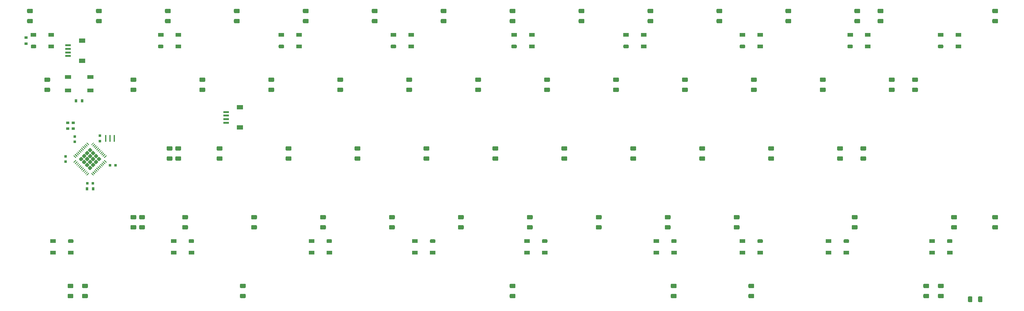
<source format=gbr>
%TF.GenerationSoftware,KiCad,Pcbnew,(5.1.11)-1*%
%TF.CreationDate,2022-10-09T01:58:46+07:00*%
%TF.ProjectId,Eclipse60,45636c69-7073-4653-9630-2e6b69636164,rev?*%
%TF.SameCoordinates,Original*%
%TF.FileFunction,Paste,Bot*%
%TF.FilePolarity,Positive*%
%FSLAX46Y46*%
G04 Gerber Fmt 4.6, Leading zero omitted, Abs format (unit mm)*
G04 Created by KiCad (PCBNEW (5.1.11)-1) date 2022-10-09 01:58:46*
%MOMM*%
%LPD*%
G01*
G04 APERTURE LIST*
%ADD10R,1.800000X1.200000*%
%ADD11R,1.550000X0.600000*%
%ADD12R,0.950000X0.800000*%
%ADD13R,1.800000X1.100000*%
%ADD14R,0.800000X0.950000*%
%ADD15R,1.500000X1.000000*%
%ADD16R,0.400000X1.900000*%
%ADD17R,0.750000X0.800000*%
%ADD18R,0.800000X0.750000*%
G04 APERTURE END LIST*
D10*
%TO.C,J1*%
X99242750Y-70496000D03*
X99242750Y-64896000D03*
D11*
X95367750Y-66196000D03*
X95367750Y-67196000D03*
X95367750Y-69196000D03*
X95367750Y-68196000D03*
%TD*%
D10*
%TO.C,J2*%
X55613750Y-51984375D03*
X55613750Y-46384375D03*
D11*
X51738750Y-47684375D03*
X51738750Y-48684375D03*
X51738750Y-50684375D03*
X51738750Y-49684375D03*
%TD*%
%TO.C,D16*%
G36*
G01*
X219635000Y-117800000D02*
X218515000Y-117800000D01*
G75*
G02*
X218275000Y-117560000I0J240000D01*
G01*
X218275000Y-116840000D01*
G75*
G02*
X218515000Y-116600000I240000J0D01*
G01*
X219635000Y-116600000D01*
G75*
G02*
X219875000Y-116840000I0J-240000D01*
G01*
X219875000Y-117560000D01*
G75*
G02*
X219635000Y-117800000I-240000J0D01*
G01*
G37*
G36*
G01*
X219635000Y-115000000D02*
X218515000Y-115000000D01*
G75*
G02*
X218275000Y-114760000I0J240000D01*
G01*
X218275000Y-114040000D01*
G75*
G02*
X218515000Y-113800000I240000J0D01*
G01*
X219635000Y-113800000D01*
G75*
G02*
X219875000Y-114040000I0J-240000D01*
G01*
X219875000Y-114760000D01*
G75*
G02*
X219635000Y-115000000I-240000J0D01*
G01*
G37*
%TD*%
D12*
%TO.C,R5*%
X40125000Y-45609375D03*
X40125000Y-47259375D03*
%TD*%
%TO.C,D72*%
G36*
G01*
X300375000Y-118660000D02*
X300375000Y-117540000D01*
G75*
G02*
X300615000Y-117300000I240000J0D01*
G01*
X301335000Y-117300000D01*
G75*
G02*
X301575000Y-117540000I0J-240000D01*
G01*
X301575000Y-118660000D01*
G75*
G02*
X301335000Y-118900000I-240000J0D01*
G01*
X300615000Y-118900000D01*
G75*
G02*
X300375000Y-118660000I0J240000D01*
G01*
G37*
G36*
G01*
X303175000Y-118660000D02*
X303175000Y-117540000D01*
G75*
G02*
X303415000Y-117300000I240000J0D01*
G01*
X304135000Y-117300000D01*
G75*
G02*
X304375000Y-117540000I0J-240000D01*
G01*
X304375000Y-118660000D01*
G75*
G02*
X304135000Y-118900000I-240000J0D01*
G01*
X303415000Y-118900000D01*
G75*
G02*
X303175000Y-118660000I0J240000D01*
G01*
G37*
%TD*%
%TO.C,D70*%
G36*
G01*
X293453750Y-117800000D02*
X292333750Y-117800000D01*
G75*
G02*
X292093750Y-117560000I0J240000D01*
G01*
X292093750Y-116840000D01*
G75*
G02*
X292333750Y-116600000I240000J0D01*
G01*
X293453750Y-116600000D01*
G75*
G02*
X293693750Y-116840000I0J-240000D01*
G01*
X293693750Y-117560000D01*
G75*
G02*
X293453750Y-117800000I-240000J0D01*
G01*
G37*
G36*
G01*
X293453750Y-115000000D02*
X292333750Y-115000000D01*
G75*
G02*
X292093750Y-114760000I0J240000D01*
G01*
X292093750Y-114040000D01*
G75*
G02*
X292333750Y-113800000I240000J0D01*
G01*
X293453750Y-113800000D01*
G75*
G02*
X293693750Y-114040000I0J-240000D01*
G01*
X293693750Y-114760000D01*
G75*
G02*
X293453750Y-115000000I-240000J0D01*
G01*
G37*
%TD*%
%TO.C,D69*%
G36*
G01*
X175109000Y-117800000D02*
X173989000Y-117800000D01*
G75*
G02*
X173749000Y-117560000I0J240000D01*
G01*
X173749000Y-116840000D01*
G75*
G02*
X173989000Y-116600000I240000J0D01*
G01*
X175109000Y-116600000D01*
G75*
G02*
X175349000Y-116840000I0J-240000D01*
G01*
X175349000Y-117560000D01*
G75*
G02*
X175109000Y-117800000I-240000J0D01*
G01*
G37*
G36*
G01*
X175109000Y-115000000D02*
X173989000Y-115000000D01*
G75*
G02*
X173749000Y-114760000I0J240000D01*
G01*
X173749000Y-114040000D01*
G75*
G02*
X173989000Y-113800000I240000J0D01*
G01*
X175109000Y-113800000D01*
G75*
G02*
X175349000Y-114040000I0J-240000D01*
G01*
X175349000Y-114760000D01*
G75*
G02*
X175109000Y-115000000I-240000J0D01*
G01*
G37*
%TD*%
%TO.C,D68*%
G36*
G01*
X241066420Y-117800000D02*
X239946420Y-117800000D01*
G75*
G02*
X239706420Y-117560000I0J240000D01*
G01*
X239706420Y-116840000D01*
G75*
G02*
X239946420Y-116600000I240000J0D01*
G01*
X241066420Y-116600000D01*
G75*
G02*
X241306420Y-116840000I0J-240000D01*
G01*
X241306420Y-117560000D01*
G75*
G02*
X241066420Y-117800000I-240000J0D01*
G01*
G37*
G36*
G01*
X241066420Y-115000000D02*
X239946420Y-115000000D01*
G75*
G02*
X239706420Y-114760000I0J240000D01*
G01*
X239706420Y-114040000D01*
G75*
G02*
X239946420Y-113800000I240000J0D01*
G01*
X241066420Y-113800000D01*
G75*
G02*
X241306420Y-114040000I0J-240000D01*
G01*
X241306420Y-114760000D01*
G75*
G02*
X241066420Y-115000000I-240000J0D01*
G01*
G37*
%TD*%
%TO.C,D67*%
G36*
G01*
X100572500Y-117800000D02*
X99452500Y-117800000D01*
G75*
G02*
X99212500Y-117560000I0J240000D01*
G01*
X99212500Y-116840000D01*
G75*
G02*
X99452500Y-116600000I240000J0D01*
G01*
X100572500Y-116600000D01*
G75*
G02*
X100812500Y-116840000I0J-240000D01*
G01*
X100812500Y-117560000D01*
G75*
G02*
X100572500Y-117800000I-240000J0D01*
G01*
G37*
G36*
G01*
X100572500Y-115000000D02*
X99452500Y-115000000D01*
G75*
G02*
X99212500Y-114760000I0J240000D01*
G01*
X99212500Y-114040000D01*
G75*
G02*
X99452500Y-113800000I240000J0D01*
G01*
X100572500Y-113800000D01*
G75*
G02*
X100812500Y-114040000I0J-240000D01*
G01*
X100812500Y-114760000D01*
G75*
G02*
X100572500Y-115000000I-240000J0D01*
G01*
G37*
%TD*%
%TO.C,D66*%
G36*
G01*
X56947500Y-117800000D02*
X55827500Y-117800000D01*
G75*
G02*
X55587500Y-117560000I0J240000D01*
G01*
X55587500Y-116840000D01*
G75*
G02*
X55827500Y-116600000I240000J0D01*
G01*
X56947500Y-116600000D01*
G75*
G02*
X57187500Y-116840000I0J-240000D01*
G01*
X57187500Y-117560000D01*
G75*
G02*
X56947500Y-117800000I-240000J0D01*
G01*
G37*
G36*
G01*
X56947500Y-115000000D02*
X55827500Y-115000000D01*
G75*
G02*
X55587500Y-114760000I0J240000D01*
G01*
X55587500Y-114040000D01*
G75*
G02*
X55827500Y-113800000I240000J0D01*
G01*
X56947500Y-113800000D01*
G75*
G02*
X57187500Y-114040000I0J-240000D01*
G01*
X57187500Y-114760000D01*
G75*
G02*
X56947500Y-115000000I-240000J0D01*
G01*
G37*
%TD*%
%TO.C,D65*%
G36*
G01*
X52947500Y-117800000D02*
X51827500Y-117800000D01*
G75*
G02*
X51587500Y-117560000I0J240000D01*
G01*
X51587500Y-116840000D01*
G75*
G02*
X51827500Y-116600000I240000J0D01*
G01*
X52947500Y-116600000D01*
G75*
G02*
X53187500Y-116840000I0J-240000D01*
G01*
X53187500Y-117560000D01*
G75*
G02*
X52947500Y-117800000I-240000J0D01*
G01*
G37*
G36*
G01*
X52947500Y-115000000D02*
X51827500Y-115000000D01*
G75*
G02*
X51587500Y-114760000I0J240000D01*
G01*
X51587500Y-114040000D01*
G75*
G02*
X51827500Y-113800000I240000J0D01*
G01*
X52947500Y-113800000D01*
G75*
G02*
X53187500Y-114040000I0J-240000D01*
G01*
X53187500Y-114760000D01*
G75*
G02*
X52947500Y-115000000I-240000J0D01*
G01*
G37*
%TD*%
%TO.C,D63*%
G36*
G01*
X308459000Y-98750000D02*
X307339000Y-98750000D01*
G75*
G02*
X307099000Y-98510000I0J240000D01*
G01*
X307099000Y-97790000D01*
G75*
G02*
X307339000Y-97550000I240000J0D01*
G01*
X308459000Y-97550000D01*
G75*
G02*
X308699000Y-97790000I0J-240000D01*
G01*
X308699000Y-98510000D01*
G75*
G02*
X308459000Y-98750000I-240000J0D01*
G01*
G37*
G36*
G01*
X308459000Y-95950000D02*
X307339000Y-95950000D01*
G75*
G02*
X307099000Y-95710000I0J240000D01*
G01*
X307099000Y-94990000D01*
G75*
G02*
X307339000Y-94750000I240000J0D01*
G01*
X308459000Y-94750000D01*
G75*
G02*
X308699000Y-94990000I0J-240000D01*
G01*
X308699000Y-95710000D01*
G75*
G02*
X308459000Y-95950000I-240000J0D01*
G01*
G37*
%TD*%
%TO.C,D30*%
G36*
G01*
X286310000Y-60650000D02*
X285190000Y-60650000D01*
G75*
G02*
X284950000Y-60410000I0J240000D01*
G01*
X284950000Y-59690000D01*
G75*
G02*
X285190000Y-59450000I240000J0D01*
G01*
X286310000Y-59450000D01*
G75*
G02*
X286550000Y-59690000I0J-240000D01*
G01*
X286550000Y-60410000D01*
G75*
G02*
X286310000Y-60650000I-240000J0D01*
G01*
G37*
G36*
G01*
X286310000Y-57850000D02*
X285190000Y-57850000D01*
G75*
G02*
X284950000Y-57610000I0J240000D01*
G01*
X284950000Y-56890000D01*
G75*
G02*
X285190000Y-56650000I240000J0D01*
G01*
X286310000Y-56650000D01*
G75*
G02*
X286550000Y-56890000I0J-240000D01*
G01*
X286550000Y-57610000D01*
G75*
G02*
X286310000Y-57850000I-240000J0D01*
G01*
G37*
%TD*%
D13*
%TO.C,SW1*%
X57868750Y-56490625D03*
X51668750Y-60190625D03*
X57868750Y-60190625D03*
X51668750Y-56490625D03*
%TD*%
D14*
%TO.C,R4*%
X55593750Y-63103125D03*
X53943750Y-63103125D03*
%TD*%
%TO.C,RGB18*%
G36*
G01*
X294593750Y-102234375D02*
X294593750Y-101734375D01*
G75*
G02*
X294843750Y-101484375I250000J0D01*
G01*
X295843750Y-101484375D01*
G75*
G02*
X296093750Y-101734375I0J-250000D01*
G01*
X296093750Y-102234375D01*
G75*
G02*
X295843750Y-102484375I-250000J0D01*
G01*
X294843750Y-102484375D01*
G75*
G02*
X294593750Y-102234375I0J250000D01*
G01*
G37*
D15*
X295343750Y-105184375D03*
X290443750Y-101984375D03*
X290443750Y-105184375D03*
%TD*%
%TO.C,RGB17*%
G36*
G01*
X266018750Y-102234375D02*
X266018750Y-101734375D01*
G75*
G02*
X266268750Y-101484375I250000J0D01*
G01*
X267268750Y-101484375D01*
G75*
G02*
X267518750Y-101734375I0J-250000D01*
G01*
X267518750Y-102234375D01*
G75*
G02*
X267268750Y-102484375I-250000J0D01*
G01*
X266268750Y-102484375D01*
G75*
G02*
X266018750Y-102234375I0J250000D01*
G01*
G37*
X266768750Y-105184375D03*
X261868750Y-101984375D03*
X261868750Y-105184375D03*
%TD*%
%TO.C,RGB16*%
G36*
G01*
X242206250Y-102234375D02*
X242206250Y-101734375D01*
G75*
G02*
X242456250Y-101484375I250000J0D01*
G01*
X243456250Y-101484375D01*
G75*
G02*
X243706250Y-101734375I0J-250000D01*
G01*
X243706250Y-102234375D01*
G75*
G02*
X243456250Y-102484375I-250000J0D01*
G01*
X242456250Y-102484375D01*
G75*
G02*
X242206250Y-102234375I0J250000D01*
G01*
G37*
X242956250Y-105184375D03*
X238056250Y-101984375D03*
X238056250Y-105184375D03*
%TD*%
%TO.C,RGB15*%
G36*
G01*
X218393750Y-102234375D02*
X218393750Y-101734375D01*
G75*
G02*
X218643750Y-101484375I250000J0D01*
G01*
X219643750Y-101484375D01*
G75*
G02*
X219893750Y-101734375I0J-250000D01*
G01*
X219893750Y-102234375D01*
G75*
G02*
X219643750Y-102484375I-250000J0D01*
G01*
X218643750Y-102484375D01*
G75*
G02*
X218393750Y-102234375I0J250000D01*
G01*
G37*
X219143750Y-105184375D03*
X214243750Y-101984375D03*
X214243750Y-105184375D03*
%TD*%
%TO.C,RGB14*%
G36*
G01*
X182675000Y-102234375D02*
X182675000Y-101734375D01*
G75*
G02*
X182925000Y-101484375I250000J0D01*
G01*
X183925000Y-101484375D01*
G75*
G02*
X184175000Y-101734375I0J-250000D01*
G01*
X184175000Y-102234375D01*
G75*
G02*
X183925000Y-102484375I-250000J0D01*
G01*
X182925000Y-102484375D01*
G75*
G02*
X182675000Y-102234375I0J250000D01*
G01*
G37*
X183425000Y-105184375D03*
X178525000Y-101984375D03*
X178525000Y-105184375D03*
%TD*%
%TO.C,RGB13*%
G36*
G01*
X151718750Y-102234375D02*
X151718750Y-101734375D01*
G75*
G02*
X151968750Y-101484375I250000J0D01*
G01*
X152968750Y-101484375D01*
G75*
G02*
X153218750Y-101734375I0J-250000D01*
G01*
X153218750Y-102234375D01*
G75*
G02*
X152968750Y-102484375I-250000J0D01*
G01*
X151968750Y-102484375D01*
G75*
G02*
X151718750Y-102234375I0J250000D01*
G01*
G37*
X152468750Y-105184375D03*
X147568750Y-101984375D03*
X147568750Y-105184375D03*
%TD*%
%TO.C,RGB12*%
G36*
G01*
X123143750Y-102234375D02*
X123143750Y-101734375D01*
G75*
G02*
X123393750Y-101484375I250000J0D01*
G01*
X124393750Y-101484375D01*
G75*
G02*
X124643750Y-101734375I0J-250000D01*
G01*
X124643750Y-102234375D01*
G75*
G02*
X124393750Y-102484375I-250000J0D01*
G01*
X123393750Y-102484375D01*
G75*
G02*
X123143750Y-102234375I0J250000D01*
G01*
G37*
X123893750Y-105184375D03*
X118993750Y-101984375D03*
X118993750Y-105184375D03*
%TD*%
%TO.C,RGB11*%
G36*
G01*
X85043750Y-102234375D02*
X85043750Y-101734375D01*
G75*
G02*
X85293750Y-101484375I250000J0D01*
G01*
X86293750Y-101484375D01*
G75*
G02*
X86543750Y-101734375I0J-250000D01*
G01*
X86543750Y-102234375D01*
G75*
G02*
X86293750Y-102484375I-250000J0D01*
G01*
X85293750Y-102484375D01*
G75*
G02*
X85043750Y-102234375I0J250000D01*
G01*
G37*
X85793750Y-105184375D03*
X80893750Y-101984375D03*
X80893750Y-105184375D03*
%TD*%
%TO.C,RGB10*%
G36*
G01*
X51706250Y-102234375D02*
X51706250Y-101734375D01*
G75*
G02*
X51956250Y-101484375I250000J0D01*
G01*
X52956250Y-101484375D01*
G75*
G02*
X53206250Y-101734375I0J-250000D01*
G01*
X53206250Y-102234375D01*
G75*
G02*
X52956250Y-102484375I-250000J0D01*
G01*
X51956250Y-102484375D01*
G75*
G02*
X51706250Y-102234375I0J250000D01*
G01*
G37*
X52456250Y-105184375D03*
X47556250Y-101984375D03*
X47556250Y-105184375D03*
%TD*%
%TO.C,RGB9*%
X297725000Y-44834375D03*
X297725000Y-48034375D03*
X292825000Y-44834375D03*
G36*
G01*
X293575000Y-47784375D02*
X293575000Y-48284375D01*
G75*
G02*
X293325000Y-48534375I-250000J0D01*
G01*
X292325000Y-48534375D01*
G75*
G02*
X292075000Y-48284375I0J250000D01*
G01*
X292075000Y-47784375D01*
G75*
G02*
X292325000Y-47534375I250000J0D01*
G01*
X293325000Y-47534375D01*
G75*
G02*
X293575000Y-47784375I0J-250000D01*
G01*
G37*
%TD*%
%TO.C,RGB8*%
X272721875Y-44834375D03*
X272721875Y-48034375D03*
X267821875Y-44834375D03*
G36*
G01*
X268571875Y-47784375D02*
X268571875Y-48284375D01*
G75*
G02*
X268321875Y-48534375I-250000J0D01*
G01*
X267321875Y-48534375D01*
G75*
G02*
X267071875Y-48284375I0J250000D01*
G01*
X267071875Y-47784375D01*
G75*
G02*
X267321875Y-47534375I250000J0D01*
G01*
X268321875Y-47534375D01*
G75*
G02*
X268571875Y-47784375I0J-250000D01*
G01*
G37*
%TD*%
%TO.C,RGB7*%
X242956250Y-44834375D03*
X242956250Y-48034375D03*
X238056250Y-44834375D03*
G36*
G01*
X238806250Y-47784375D02*
X238806250Y-48284375D01*
G75*
G02*
X238556250Y-48534375I-250000J0D01*
G01*
X237556250Y-48534375D01*
G75*
G02*
X237306250Y-48284375I0J250000D01*
G01*
X237306250Y-47784375D01*
G75*
G02*
X237556250Y-47534375I250000J0D01*
G01*
X238556250Y-47534375D01*
G75*
G02*
X238806250Y-47784375I0J-250000D01*
G01*
G37*
%TD*%
%TO.C,RGB6*%
X210809375Y-44834375D03*
X210809375Y-48034375D03*
X205909375Y-44834375D03*
G36*
G01*
X206659375Y-47784375D02*
X206659375Y-48284375D01*
G75*
G02*
X206409375Y-48534375I-250000J0D01*
G01*
X205409375Y-48534375D01*
G75*
G02*
X205159375Y-48284375I0J250000D01*
G01*
X205159375Y-47784375D01*
G75*
G02*
X205409375Y-47534375I250000J0D01*
G01*
X206409375Y-47534375D01*
G75*
G02*
X206659375Y-47784375I0J-250000D01*
G01*
G37*
%TD*%
%TO.C,RGB5*%
X179853125Y-44834375D03*
X179853125Y-48034375D03*
X174953125Y-44834375D03*
G36*
G01*
X175703125Y-47784375D02*
X175703125Y-48284375D01*
G75*
G02*
X175453125Y-48534375I-250000J0D01*
G01*
X174453125Y-48534375D01*
G75*
G02*
X174203125Y-48284375I0J250000D01*
G01*
X174203125Y-47784375D01*
G75*
G02*
X174453125Y-47534375I250000J0D01*
G01*
X175453125Y-47534375D01*
G75*
G02*
X175703125Y-47784375I0J-250000D01*
G01*
G37*
%TD*%
%TO.C,RGB4*%
X146515625Y-44834375D03*
X146515625Y-48034375D03*
X141615625Y-44834375D03*
G36*
G01*
X142365625Y-47784375D02*
X142365625Y-48284375D01*
G75*
G02*
X142115625Y-48534375I-250000J0D01*
G01*
X141115625Y-48534375D01*
G75*
G02*
X140865625Y-48284375I0J250000D01*
G01*
X140865625Y-47784375D01*
G75*
G02*
X141115625Y-47534375I250000J0D01*
G01*
X142115625Y-47534375D01*
G75*
G02*
X142365625Y-47784375I0J-250000D01*
G01*
G37*
%TD*%
%TO.C,RGB3*%
X115559375Y-44834375D03*
X115559375Y-48034375D03*
X110659375Y-44834375D03*
G36*
G01*
X111409375Y-47784375D02*
X111409375Y-48284375D01*
G75*
G02*
X111159375Y-48534375I-250000J0D01*
G01*
X110159375Y-48534375D01*
G75*
G02*
X109909375Y-48284375I0J250000D01*
G01*
X109909375Y-47784375D01*
G75*
G02*
X110159375Y-47534375I250000J0D01*
G01*
X111159375Y-47534375D01*
G75*
G02*
X111409375Y-47784375I0J-250000D01*
G01*
G37*
%TD*%
%TO.C,RGB2*%
X82221875Y-44834375D03*
X82221875Y-48034375D03*
X77321875Y-44834375D03*
G36*
G01*
X78071875Y-47784375D02*
X78071875Y-48284375D01*
G75*
G02*
X77821875Y-48534375I-250000J0D01*
G01*
X76821875Y-48534375D01*
G75*
G02*
X76571875Y-48284375I0J250000D01*
G01*
X76571875Y-47784375D01*
G75*
G02*
X76821875Y-47534375I250000J0D01*
G01*
X77821875Y-47534375D01*
G75*
G02*
X78071875Y-47784375I0J-250000D01*
G01*
G37*
%TD*%
%TO.C,RGB1*%
X47075000Y-44834375D03*
X47075000Y-48034375D03*
X42175000Y-44834375D03*
G36*
G01*
X42925000Y-47784375D02*
X42925000Y-48284375D01*
G75*
G02*
X42675000Y-48534375I-250000J0D01*
G01*
X41675000Y-48534375D01*
G75*
G02*
X41425000Y-48284375I0J250000D01*
G01*
X41425000Y-47784375D01*
G75*
G02*
X41675000Y-47534375I250000J0D01*
G01*
X42675000Y-47534375D01*
G75*
G02*
X42925000Y-47784375I0J-250000D01*
G01*
G37*
%TD*%
%TO.C,U1*%
G36*
G01*
X53248000Y-78303172D02*
X53336388Y-78214784D01*
G75*
G02*
X53424776Y-78214784I44194J-44194D01*
G01*
X53955106Y-78745114D01*
G75*
G02*
X53955106Y-78833502I-44194J-44194D01*
G01*
X53866718Y-78921890D01*
G75*
G02*
X53778330Y-78921890I-44194J44194D01*
G01*
X53248000Y-78391560D01*
G75*
G02*
X53248000Y-78303172I44194J44194D01*
G01*
G37*
G36*
G01*
X53601554Y-77949619D02*
X53689942Y-77861231D01*
G75*
G02*
X53778330Y-77861231I44194J-44194D01*
G01*
X54308660Y-78391561D01*
G75*
G02*
X54308660Y-78479949I-44194J-44194D01*
G01*
X54220272Y-78568337D01*
G75*
G02*
X54131884Y-78568337I-44194J44194D01*
G01*
X53601554Y-78038007D01*
G75*
G02*
X53601554Y-77949619I44194J44194D01*
G01*
G37*
G36*
G01*
X53955107Y-77596066D02*
X54043495Y-77507678D01*
G75*
G02*
X54131883Y-77507678I44194J-44194D01*
G01*
X54662213Y-78038008D01*
G75*
G02*
X54662213Y-78126396I-44194J-44194D01*
G01*
X54573825Y-78214784D01*
G75*
G02*
X54485437Y-78214784I-44194J44194D01*
G01*
X53955107Y-77684454D01*
G75*
G02*
X53955107Y-77596066I44194J44194D01*
G01*
G37*
G36*
G01*
X54308661Y-77242512D02*
X54397049Y-77154124D01*
G75*
G02*
X54485437Y-77154124I44194J-44194D01*
G01*
X55015767Y-77684454D01*
G75*
G02*
X55015767Y-77772842I-44194J-44194D01*
G01*
X54927379Y-77861230D01*
G75*
G02*
X54838991Y-77861230I-44194J44194D01*
G01*
X54308661Y-77330900D01*
G75*
G02*
X54308661Y-77242512I44194J44194D01*
G01*
G37*
G36*
G01*
X54662214Y-76888959D02*
X54750602Y-76800571D01*
G75*
G02*
X54838990Y-76800571I44194J-44194D01*
G01*
X55369320Y-77330901D01*
G75*
G02*
X55369320Y-77419289I-44194J-44194D01*
G01*
X55280932Y-77507677D01*
G75*
G02*
X55192544Y-77507677I-44194J44194D01*
G01*
X54662214Y-76977347D01*
G75*
G02*
X54662214Y-76888959I44194J44194D01*
G01*
G37*
G36*
G01*
X55015767Y-76535405D02*
X55104155Y-76447017D01*
G75*
G02*
X55192543Y-76447017I44194J-44194D01*
G01*
X55722873Y-76977347D01*
G75*
G02*
X55722873Y-77065735I-44194J-44194D01*
G01*
X55634485Y-77154123D01*
G75*
G02*
X55546097Y-77154123I-44194J44194D01*
G01*
X55015767Y-76623793D01*
G75*
G02*
X55015767Y-76535405I44194J44194D01*
G01*
G37*
G36*
G01*
X55369321Y-76181852D02*
X55457709Y-76093464D01*
G75*
G02*
X55546097Y-76093464I44194J-44194D01*
G01*
X56076427Y-76623794D01*
G75*
G02*
X56076427Y-76712182I-44194J-44194D01*
G01*
X55988039Y-76800570D01*
G75*
G02*
X55899651Y-76800570I-44194J44194D01*
G01*
X55369321Y-76270240D01*
G75*
G02*
X55369321Y-76181852I44194J44194D01*
G01*
G37*
G36*
G01*
X55722874Y-75828299D02*
X55811262Y-75739911D01*
G75*
G02*
X55899650Y-75739911I44194J-44194D01*
G01*
X56429980Y-76270241D01*
G75*
G02*
X56429980Y-76358629I-44194J-44194D01*
G01*
X56341592Y-76447017D01*
G75*
G02*
X56253204Y-76447017I-44194J44194D01*
G01*
X55722874Y-75916687D01*
G75*
G02*
X55722874Y-75828299I44194J44194D01*
G01*
G37*
G36*
G01*
X56076428Y-75474745D02*
X56164816Y-75386357D01*
G75*
G02*
X56253204Y-75386357I44194J-44194D01*
G01*
X56783534Y-75916687D01*
G75*
G02*
X56783534Y-76005075I-44194J-44194D01*
G01*
X56695146Y-76093463D01*
G75*
G02*
X56606758Y-76093463I-44194J44194D01*
G01*
X56076428Y-75563133D01*
G75*
G02*
X56076428Y-75474745I44194J44194D01*
G01*
G37*
G36*
G01*
X56429981Y-75121192D02*
X56518369Y-75032804D01*
G75*
G02*
X56606757Y-75032804I44194J-44194D01*
G01*
X57137087Y-75563134D01*
G75*
G02*
X57137087Y-75651522I-44194J-44194D01*
G01*
X57048699Y-75739910D01*
G75*
G02*
X56960311Y-75739910I-44194J44194D01*
G01*
X56429981Y-75209580D01*
G75*
G02*
X56429981Y-75121192I44194J44194D01*
G01*
G37*
G36*
G01*
X56783534Y-74767638D02*
X56871922Y-74679250D01*
G75*
G02*
X56960310Y-74679250I44194J-44194D01*
G01*
X57490640Y-75209580D01*
G75*
G02*
X57490640Y-75297968I-44194J-44194D01*
G01*
X57402252Y-75386356D01*
G75*
G02*
X57313864Y-75386356I-44194J44194D01*
G01*
X56783534Y-74856026D01*
G75*
G02*
X56783534Y-74767638I44194J44194D01*
G01*
G37*
G36*
G01*
X58109360Y-75209580D02*
X58639690Y-74679250D01*
G75*
G02*
X58728078Y-74679250I44194J-44194D01*
G01*
X58816466Y-74767638D01*
G75*
G02*
X58816466Y-74856026I-44194J-44194D01*
G01*
X58286136Y-75386356D01*
G75*
G02*
X58197748Y-75386356I-44194J44194D01*
G01*
X58109360Y-75297968D01*
G75*
G02*
X58109360Y-75209580I44194J44194D01*
G01*
G37*
G36*
G01*
X58462913Y-75563134D02*
X58993243Y-75032804D01*
G75*
G02*
X59081631Y-75032804I44194J-44194D01*
G01*
X59170019Y-75121192D01*
G75*
G02*
X59170019Y-75209580I-44194J-44194D01*
G01*
X58639689Y-75739910D01*
G75*
G02*
X58551301Y-75739910I-44194J44194D01*
G01*
X58462913Y-75651522D01*
G75*
G02*
X58462913Y-75563134I44194J44194D01*
G01*
G37*
G36*
G01*
X58816466Y-75916687D02*
X59346796Y-75386357D01*
G75*
G02*
X59435184Y-75386357I44194J-44194D01*
G01*
X59523572Y-75474745D01*
G75*
G02*
X59523572Y-75563133I-44194J-44194D01*
G01*
X58993242Y-76093463D01*
G75*
G02*
X58904854Y-76093463I-44194J44194D01*
G01*
X58816466Y-76005075D01*
G75*
G02*
X58816466Y-75916687I44194J44194D01*
G01*
G37*
G36*
G01*
X59170020Y-76270241D02*
X59700350Y-75739911D01*
G75*
G02*
X59788738Y-75739911I44194J-44194D01*
G01*
X59877126Y-75828299D01*
G75*
G02*
X59877126Y-75916687I-44194J-44194D01*
G01*
X59346796Y-76447017D01*
G75*
G02*
X59258408Y-76447017I-44194J44194D01*
G01*
X59170020Y-76358629D01*
G75*
G02*
X59170020Y-76270241I44194J44194D01*
G01*
G37*
G36*
G01*
X59523573Y-76623794D02*
X60053903Y-76093464D01*
G75*
G02*
X60142291Y-76093464I44194J-44194D01*
G01*
X60230679Y-76181852D01*
G75*
G02*
X60230679Y-76270240I-44194J-44194D01*
G01*
X59700349Y-76800570D01*
G75*
G02*
X59611961Y-76800570I-44194J44194D01*
G01*
X59523573Y-76712182D01*
G75*
G02*
X59523573Y-76623794I44194J44194D01*
G01*
G37*
G36*
G01*
X59877127Y-76977347D02*
X60407457Y-76447017D01*
G75*
G02*
X60495845Y-76447017I44194J-44194D01*
G01*
X60584233Y-76535405D01*
G75*
G02*
X60584233Y-76623793I-44194J-44194D01*
G01*
X60053903Y-77154123D01*
G75*
G02*
X59965515Y-77154123I-44194J44194D01*
G01*
X59877127Y-77065735D01*
G75*
G02*
X59877127Y-76977347I44194J44194D01*
G01*
G37*
G36*
G01*
X60230680Y-77330901D02*
X60761010Y-76800571D01*
G75*
G02*
X60849398Y-76800571I44194J-44194D01*
G01*
X60937786Y-76888959D01*
G75*
G02*
X60937786Y-76977347I-44194J-44194D01*
G01*
X60407456Y-77507677D01*
G75*
G02*
X60319068Y-77507677I-44194J44194D01*
G01*
X60230680Y-77419289D01*
G75*
G02*
X60230680Y-77330901I44194J44194D01*
G01*
G37*
G36*
G01*
X60584233Y-77684454D02*
X61114563Y-77154124D01*
G75*
G02*
X61202951Y-77154124I44194J-44194D01*
G01*
X61291339Y-77242512D01*
G75*
G02*
X61291339Y-77330900I-44194J-44194D01*
G01*
X60761009Y-77861230D01*
G75*
G02*
X60672621Y-77861230I-44194J44194D01*
G01*
X60584233Y-77772842D01*
G75*
G02*
X60584233Y-77684454I44194J44194D01*
G01*
G37*
G36*
G01*
X60937787Y-78038008D02*
X61468117Y-77507678D01*
G75*
G02*
X61556505Y-77507678I44194J-44194D01*
G01*
X61644893Y-77596066D01*
G75*
G02*
X61644893Y-77684454I-44194J-44194D01*
G01*
X61114563Y-78214784D01*
G75*
G02*
X61026175Y-78214784I-44194J44194D01*
G01*
X60937787Y-78126396D01*
G75*
G02*
X60937787Y-78038008I44194J44194D01*
G01*
G37*
G36*
G01*
X61291340Y-78391561D02*
X61821670Y-77861231D01*
G75*
G02*
X61910058Y-77861231I44194J-44194D01*
G01*
X61998446Y-77949619D01*
G75*
G02*
X61998446Y-78038007I-44194J-44194D01*
G01*
X61468116Y-78568337D01*
G75*
G02*
X61379728Y-78568337I-44194J44194D01*
G01*
X61291340Y-78479949D01*
G75*
G02*
X61291340Y-78391561I44194J44194D01*
G01*
G37*
G36*
G01*
X61644894Y-78745114D02*
X62175224Y-78214784D01*
G75*
G02*
X62263612Y-78214784I44194J-44194D01*
G01*
X62352000Y-78303172D01*
G75*
G02*
X62352000Y-78391560I-44194J-44194D01*
G01*
X61821670Y-78921890D01*
G75*
G02*
X61733282Y-78921890I-44194J44194D01*
G01*
X61644894Y-78833502D01*
G75*
G02*
X61644894Y-78745114I44194J44194D01*
G01*
G37*
G36*
G01*
X61644894Y-79628998D02*
X61733282Y-79540610D01*
G75*
G02*
X61821670Y-79540610I44194J-44194D01*
G01*
X62352000Y-80070940D01*
G75*
G02*
X62352000Y-80159328I-44194J-44194D01*
G01*
X62263612Y-80247716D01*
G75*
G02*
X62175224Y-80247716I-44194J44194D01*
G01*
X61644894Y-79717386D01*
G75*
G02*
X61644894Y-79628998I44194J44194D01*
G01*
G37*
G36*
G01*
X61291340Y-79982551D02*
X61379728Y-79894163D01*
G75*
G02*
X61468116Y-79894163I44194J-44194D01*
G01*
X61998446Y-80424493D01*
G75*
G02*
X61998446Y-80512881I-44194J-44194D01*
G01*
X61910058Y-80601269D01*
G75*
G02*
X61821670Y-80601269I-44194J44194D01*
G01*
X61291340Y-80070939D01*
G75*
G02*
X61291340Y-79982551I44194J44194D01*
G01*
G37*
G36*
G01*
X60937787Y-80336104D02*
X61026175Y-80247716D01*
G75*
G02*
X61114563Y-80247716I44194J-44194D01*
G01*
X61644893Y-80778046D01*
G75*
G02*
X61644893Y-80866434I-44194J-44194D01*
G01*
X61556505Y-80954822D01*
G75*
G02*
X61468117Y-80954822I-44194J44194D01*
G01*
X60937787Y-80424492D01*
G75*
G02*
X60937787Y-80336104I44194J44194D01*
G01*
G37*
G36*
G01*
X60584233Y-80689658D02*
X60672621Y-80601270D01*
G75*
G02*
X60761009Y-80601270I44194J-44194D01*
G01*
X61291339Y-81131600D01*
G75*
G02*
X61291339Y-81219988I-44194J-44194D01*
G01*
X61202951Y-81308376D01*
G75*
G02*
X61114563Y-81308376I-44194J44194D01*
G01*
X60584233Y-80778046D01*
G75*
G02*
X60584233Y-80689658I44194J44194D01*
G01*
G37*
G36*
G01*
X60230680Y-81043211D02*
X60319068Y-80954823D01*
G75*
G02*
X60407456Y-80954823I44194J-44194D01*
G01*
X60937786Y-81485153D01*
G75*
G02*
X60937786Y-81573541I-44194J-44194D01*
G01*
X60849398Y-81661929D01*
G75*
G02*
X60761010Y-81661929I-44194J44194D01*
G01*
X60230680Y-81131599D01*
G75*
G02*
X60230680Y-81043211I44194J44194D01*
G01*
G37*
G36*
G01*
X59877127Y-81396765D02*
X59965515Y-81308377D01*
G75*
G02*
X60053903Y-81308377I44194J-44194D01*
G01*
X60584233Y-81838707D01*
G75*
G02*
X60584233Y-81927095I-44194J-44194D01*
G01*
X60495845Y-82015483D01*
G75*
G02*
X60407457Y-82015483I-44194J44194D01*
G01*
X59877127Y-81485153D01*
G75*
G02*
X59877127Y-81396765I44194J44194D01*
G01*
G37*
G36*
G01*
X59523573Y-81750318D02*
X59611961Y-81661930D01*
G75*
G02*
X59700349Y-81661930I44194J-44194D01*
G01*
X60230679Y-82192260D01*
G75*
G02*
X60230679Y-82280648I-44194J-44194D01*
G01*
X60142291Y-82369036D01*
G75*
G02*
X60053903Y-82369036I-44194J44194D01*
G01*
X59523573Y-81838706D01*
G75*
G02*
X59523573Y-81750318I44194J44194D01*
G01*
G37*
G36*
G01*
X59170020Y-82103871D02*
X59258408Y-82015483D01*
G75*
G02*
X59346796Y-82015483I44194J-44194D01*
G01*
X59877126Y-82545813D01*
G75*
G02*
X59877126Y-82634201I-44194J-44194D01*
G01*
X59788738Y-82722589D01*
G75*
G02*
X59700350Y-82722589I-44194J44194D01*
G01*
X59170020Y-82192259D01*
G75*
G02*
X59170020Y-82103871I44194J44194D01*
G01*
G37*
G36*
G01*
X58816466Y-82457425D02*
X58904854Y-82369037D01*
G75*
G02*
X58993242Y-82369037I44194J-44194D01*
G01*
X59523572Y-82899367D01*
G75*
G02*
X59523572Y-82987755I-44194J-44194D01*
G01*
X59435184Y-83076143D01*
G75*
G02*
X59346796Y-83076143I-44194J44194D01*
G01*
X58816466Y-82545813D01*
G75*
G02*
X58816466Y-82457425I44194J44194D01*
G01*
G37*
G36*
G01*
X58462913Y-82810978D02*
X58551301Y-82722590D01*
G75*
G02*
X58639689Y-82722590I44194J-44194D01*
G01*
X59170019Y-83252920D01*
G75*
G02*
X59170019Y-83341308I-44194J-44194D01*
G01*
X59081631Y-83429696D01*
G75*
G02*
X58993243Y-83429696I-44194J44194D01*
G01*
X58462913Y-82899366D01*
G75*
G02*
X58462913Y-82810978I44194J44194D01*
G01*
G37*
G36*
G01*
X58109360Y-83164532D02*
X58197748Y-83076144D01*
G75*
G02*
X58286136Y-83076144I44194J-44194D01*
G01*
X58816466Y-83606474D01*
G75*
G02*
X58816466Y-83694862I-44194J-44194D01*
G01*
X58728078Y-83783250D01*
G75*
G02*
X58639690Y-83783250I-44194J44194D01*
G01*
X58109360Y-83252920D01*
G75*
G02*
X58109360Y-83164532I44194J44194D01*
G01*
G37*
G36*
G01*
X56783534Y-83606474D02*
X57313864Y-83076144D01*
G75*
G02*
X57402252Y-83076144I44194J-44194D01*
G01*
X57490640Y-83164532D01*
G75*
G02*
X57490640Y-83252920I-44194J-44194D01*
G01*
X56960310Y-83783250D01*
G75*
G02*
X56871922Y-83783250I-44194J44194D01*
G01*
X56783534Y-83694862D01*
G75*
G02*
X56783534Y-83606474I44194J44194D01*
G01*
G37*
G36*
G01*
X56429981Y-83252920D02*
X56960311Y-82722590D01*
G75*
G02*
X57048699Y-82722590I44194J-44194D01*
G01*
X57137087Y-82810978D01*
G75*
G02*
X57137087Y-82899366I-44194J-44194D01*
G01*
X56606757Y-83429696D01*
G75*
G02*
X56518369Y-83429696I-44194J44194D01*
G01*
X56429981Y-83341308D01*
G75*
G02*
X56429981Y-83252920I44194J44194D01*
G01*
G37*
G36*
G01*
X56076428Y-82899367D02*
X56606758Y-82369037D01*
G75*
G02*
X56695146Y-82369037I44194J-44194D01*
G01*
X56783534Y-82457425D01*
G75*
G02*
X56783534Y-82545813I-44194J-44194D01*
G01*
X56253204Y-83076143D01*
G75*
G02*
X56164816Y-83076143I-44194J44194D01*
G01*
X56076428Y-82987755D01*
G75*
G02*
X56076428Y-82899367I44194J44194D01*
G01*
G37*
G36*
G01*
X55722874Y-82545813D02*
X56253204Y-82015483D01*
G75*
G02*
X56341592Y-82015483I44194J-44194D01*
G01*
X56429980Y-82103871D01*
G75*
G02*
X56429980Y-82192259I-44194J-44194D01*
G01*
X55899650Y-82722589D01*
G75*
G02*
X55811262Y-82722589I-44194J44194D01*
G01*
X55722874Y-82634201D01*
G75*
G02*
X55722874Y-82545813I44194J44194D01*
G01*
G37*
G36*
G01*
X55369321Y-82192260D02*
X55899651Y-81661930D01*
G75*
G02*
X55988039Y-81661930I44194J-44194D01*
G01*
X56076427Y-81750318D01*
G75*
G02*
X56076427Y-81838706I-44194J-44194D01*
G01*
X55546097Y-82369036D01*
G75*
G02*
X55457709Y-82369036I-44194J44194D01*
G01*
X55369321Y-82280648D01*
G75*
G02*
X55369321Y-82192260I44194J44194D01*
G01*
G37*
G36*
G01*
X55015767Y-81838707D02*
X55546097Y-81308377D01*
G75*
G02*
X55634485Y-81308377I44194J-44194D01*
G01*
X55722873Y-81396765D01*
G75*
G02*
X55722873Y-81485153I-44194J-44194D01*
G01*
X55192543Y-82015483D01*
G75*
G02*
X55104155Y-82015483I-44194J44194D01*
G01*
X55015767Y-81927095D01*
G75*
G02*
X55015767Y-81838707I44194J44194D01*
G01*
G37*
G36*
G01*
X54662214Y-81485153D02*
X55192544Y-80954823D01*
G75*
G02*
X55280932Y-80954823I44194J-44194D01*
G01*
X55369320Y-81043211D01*
G75*
G02*
X55369320Y-81131599I-44194J-44194D01*
G01*
X54838990Y-81661929D01*
G75*
G02*
X54750602Y-81661929I-44194J44194D01*
G01*
X54662214Y-81573541D01*
G75*
G02*
X54662214Y-81485153I44194J44194D01*
G01*
G37*
G36*
G01*
X54308661Y-81131600D02*
X54838991Y-80601270D01*
G75*
G02*
X54927379Y-80601270I44194J-44194D01*
G01*
X55015767Y-80689658D01*
G75*
G02*
X55015767Y-80778046I-44194J-44194D01*
G01*
X54485437Y-81308376D01*
G75*
G02*
X54397049Y-81308376I-44194J44194D01*
G01*
X54308661Y-81219988D01*
G75*
G02*
X54308661Y-81131600I44194J44194D01*
G01*
G37*
G36*
G01*
X53955107Y-80778046D02*
X54485437Y-80247716D01*
G75*
G02*
X54573825Y-80247716I44194J-44194D01*
G01*
X54662213Y-80336104D01*
G75*
G02*
X54662213Y-80424492I-44194J-44194D01*
G01*
X54131883Y-80954822D01*
G75*
G02*
X54043495Y-80954822I-44194J44194D01*
G01*
X53955107Y-80866434D01*
G75*
G02*
X53955107Y-80778046I44194J44194D01*
G01*
G37*
G36*
G01*
X53601554Y-80424493D02*
X54131884Y-79894163D01*
G75*
G02*
X54220272Y-79894163I44194J-44194D01*
G01*
X54308660Y-79982551D01*
G75*
G02*
X54308660Y-80070939I-44194J-44194D01*
G01*
X53778330Y-80601269D01*
G75*
G02*
X53689942Y-80601269I-44194J44194D01*
G01*
X53601554Y-80512881D01*
G75*
G02*
X53601554Y-80424493I44194J44194D01*
G01*
G37*
G36*
G01*
X53248000Y-80070940D02*
X53778330Y-79540610D01*
G75*
G02*
X53866718Y-79540610I44194J-44194D01*
G01*
X53955106Y-79628998D01*
G75*
G02*
X53955106Y-79717386I-44194J-44194D01*
G01*
X53424776Y-80247716D01*
G75*
G02*
X53336388Y-80247716I-44194J44194D01*
G01*
X53248000Y-80159328D01*
G75*
G02*
X53248000Y-80070940I44194J44194D01*
G01*
G37*
G36*
G01*
X54805071Y-79054952D02*
X55157667Y-78702356D01*
G75*
G02*
X55510263Y-78702356I176298J-176298D01*
G01*
X55862859Y-79054952D01*
G75*
G02*
X55862859Y-79407548I-176298J-176298D01*
G01*
X55510263Y-79760144D01*
G75*
G02*
X55157667Y-79760144I-176298J176298D01*
G01*
X54805071Y-79407548D01*
G75*
G02*
X54805071Y-79054952I176298J176298D01*
G01*
G37*
G36*
G01*
X55627083Y-78232940D02*
X55979679Y-77880344D01*
G75*
G02*
X56332275Y-77880344I176298J-176298D01*
G01*
X56684871Y-78232940D01*
G75*
G02*
X56684871Y-78585536I-176298J-176298D01*
G01*
X56332275Y-78938132D01*
G75*
G02*
X55979679Y-78938132I-176298J176298D01*
G01*
X55627083Y-78585536D01*
G75*
G02*
X55627083Y-78232940I176298J176298D01*
G01*
G37*
G36*
G01*
X56449094Y-77410929D02*
X56801690Y-77058333D01*
G75*
G02*
X57154286Y-77058333I176298J-176298D01*
G01*
X57506882Y-77410929D01*
G75*
G02*
X57506882Y-77763525I-176298J-176298D01*
G01*
X57154286Y-78116121D01*
G75*
G02*
X56801690Y-78116121I-176298J176298D01*
G01*
X56449094Y-77763525D01*
G75*
G02*
X56449094Y-77410929I176298J176298D01*
G01*
G37*
G36*
G01*
X57271106Y-76588917D02*
X57623702Y-76236321D01*
G75*
G02*
X57976298Y-76236321I176298J-176298D01*
G01*
X58328894Y-76588917D01*
G75*
G02*
X58328894Y-76941513I-176298J-176298D01*
G01*
X57976298Y-77294109D01*
G75*
G02*
X57623702Y-77294109I-176298J176298D01*
G01*
X57271106Y-76941513D01*
G75*
G02*
X57271106Y-76588917I176298J176298D01*
G01*
G37*
G36*
G01*
X55627083Y-79876964D02*
X55979679Y-79524368D01*
G75*
G02*
X56332275Y-79524368I176298J-176298D01*
G01*
X56684871Y-79876964D01*
G75*
G02*
X56684871Y-80229560I-176298J-176298D01*
G01*
X56332275Y-80582156D01*
G75*
G02*
X55979679Y-80582156I-176298J176298D01*
G01*
X55627083Y-80229560D01*
G75*
G02*
X55627083Y-79876964I176298J176298D01*
G01*
G37*
G36*
G01*
X56449094Y-79054952D02*
X56801690Y-78702356D01*
G75*
G02*
X57154286Y-78702356I176298J-176298D01*
G01*
X57506882Y-79054952D01*
G75*
G02*
X57506882Y-79407548I-176298J-176298D01*
G01*
X57154286Y-79760144D01*
G75*
G02*
X56801690Y-79760144I-176298J176298D01*
G01*
X56449094Y-79407548D01*
G75*
G02*
X56449094Y-79054952I176298J176298D01*
G01*
G37*
G36*
G01*
X57271106Y-78232940D02*
X57623702Y-77880344D01*
G75*
G02*
X57976298Y-77880344I176298J-176298D01*
G01*
X58328894Y-78232940D01*
G75*
G02*
X58328894Y-78585536I-176298J-176298D01*
G01*
X57976298Y-78938132D01*
G75*
G02*
X57623702Y-78938132I-176298J176298D01*
G01*
X57271106Y-78585536D01*
G75*
G02*
X57271106Y-78232940I176298J176298D01*
G01*
G37*
G36*
G01*
X58093118Y-77410929D02*
X58445714Y-77058333D01*
G75*
G02*
X58798310Y-77058333I176298J-176298D01*
G01*
X59150906Y-77410929D01*
G75*
G02*
X59150906Y-77763525I-176298J-176298D01*
G01*
X58798310Y-78116121D01*
G75*
G02*
X58445714Y-78116121I-176298J176298D01*
G01*
X58093118Y-77763525D01*
G75*
G02*
X58093118Y-77410929I176298J176298D01*
G01*
G37*
G36*
G01*
X56449094Y-80698975D02*
X56801690Y-80346379D01*
G75*
G02*
X57154286Y-80346379I176298J-176298D01*
G01*
X57506882Y-80698975D01*
G75*
G02*
X57506882Y-81051571I-176298J-176298D01*
G01*
X57154286Y-81404167D01*
G75*
G02*
X56801690Y-81404167I-176298J176298D01*
G01*
X56449094Y-81051571D01*
G75*
G02*
X56449094Y-80698975I176298J176298D01*
G01*
G37*
G36*
G01*
X57271106Y-79876964D02*
X57623702Y-79524368D01*
G75*
G02*
X57976298Y-79524368I176298J-176298D01*
G01*
X58328894Y-79876964D01*
G75*
G02*
X58328894Y-80229560I-176298J-176298D01*
G01*
X57976298Y-80582156D01*
G75*
G02*
X57623702Y-80582156I-176298J176298D01*
G01*
X57271106Y-80229560D01*
G75*
G02*
X57271106Y-79876964I176298J176298D01*
G01*
G37*
G36*
G01*
X58093118Y-79054952D02*
X58445714Y-78702356D01*
G75*
G02*
X58798310Y-78702356I176298J-176298D01*
G01*
X59150906Y-79054952D01*
G75*
G02*
X59150906Y-79407548I-176298J-176298D01*
G01*
X58798310Y-79760144D01*
G75*
G02*
X58445714Y-79760144I-176298J176298D01*
G01*
X58093118Y-79407548D01*
G75*
G02*
X58093118Y-79054952I176298J176298D01*
G01*
G37*
G36*
G01*
X58915129Y-78232940D02*
X59267725Y-77880344D01*
G75*
G02*
X59620321Y-77880344I176298J-176298D01*
G01*
X59972917Y-78232940D01*
G75*
G02*
X59972917Y-78585536I-176298J-176298D01*
G01*
X59620321Y-78938132D01*
G75*
G02*
X59267725Y-78938132I-176298J176298D01*
G01*
X58915129Y-78585536D01*
G75*
G02*
X58915129Y-78232940I176298J176298D01*
G01*
G37*
G36*
G01*
X57271106Y-81520987D02*
X57623702Y-81168391D01*
G75*
G02*
X57976298Y-81168391I176298J-176298D01*
G01*
X58328894Y-81520987D01*
G75*
G02*
X58328894Y-81873583I-176298J-176298D01*
G01*
X57976298Y-82226179D01*
G75*
G02*
X57623702Y-82226179I-176298J176298D01*
G01*
X57271106Y-81873583D01*
G75*
G02*
X57271106Y-81520987I176298J176298D01*
G01*
G37*
G36*
G01*
X58093118Y-80698975D02*
X58445714Y-80346379D01*
G75*
G02*
X58798310Y-80346379I176298J-176298D01*
G01*
X59150906Y-80698975D01*
G75*
G02*
X59150906Y-81051571I-176298J-176298D01*
G01*
X58798310Y-81404167D01*
G75*
G02*
X58445714Y-81404167I-176298J176298D01*
G01*
X58093118Y-81051571D01*
G75*
G02*
X58093118Y-80698975I176298J176298D01*
G01*
G37*
G36*
G01*
X58915129Y-79876964D02*
X59267725Y-79524368D01*
G75*
G02*
X59620321Y-79524368I176298J-176298D01*
G01*
X59972917Y-79876964D01*
G75*
G02*
X59972917Y-80229560I-176298J-176298D01*
G01*
X59620321Y-80582156D01*
G75*
G02*
X59267725Y-80582156I-176298J176298D01*
G01*
X58915129Y-80229560D01*
G75*
G02*
X58915129Y-79876964I176298J176298D01*
G01*
G37*
G36*
G01*
X59737141Y-79054952D02*
X60089737Y-78702356D01*
G75*
G02*
X60442333Y-78702356I176298J-176298D01*
G01*
X60794929Y-79054952D01*
G75*
G02*
X60794929Y-79407548I-176298J-176298D01*
G01*
X60442333Y-79760144D01*
G75*
G02*
X60089737Y-79760144I-176298J176298D01*
G01*
X59737141Y-79407548D01*
G75*
G02*
X59737141Y-79054952I176298J176298D01*
G01*
G37*
%TD*%
D12*
%TO.C,R3*%
X51643750Y-69159375D03*
X51643750Y-70809375D03*
%TD*%
%TO.C,R2*%
X53143750Y-70809375D03*
X53143750Y-69159375D03*
%TD*%
D16*
%TO.C,Y1*%
X64500000Y-73481250D03*
X63300000Y-73481250D03*
X62100000Y-73481250D03*
%TD*%
D14*
%TO.C,R1*%
X56975000Y-87481250D03*
X58625000Y-87481250D03*
%TD*%
D17*
%TO.C,C5*%
X60550000Y-72761580D03*
X60550000Y-74261580D03*
%TD*%
D18*
%TO.C,C4*%
X58550000Y-85981250D03*
X57050000Y-85981250D03*
%TD*%
%TO.C,C3*%
X64800000Y-80981250D03*
X63300000Y-80981250D03*
%TD*%
D17*
%TO.C,C2*%
X51050000Y-79981250D03*
X51050000Y-78481250D03*
%TD*%
%TO.C,C1*%
X53550000Y-72981250D03*
X53550000Y-74481250D03*
%TD*%
%TO.C,D71*%
G36*
G01*
X289409000Y-115000000D02*
X288289000Y-115000000D01*
G75*
G02*
X288049000Y-114760000I0J240000D01*
G01*
X288049000Y-114040000D01*
G75*
G02*
X288289000Y-113800000I240000J0D01*
G01*
X289409000Y-113800000D01*
G75*
G02*
X289649000Y-114040000I0J-240000D01*
G01*
X289649000Y-114760000D01*
G75*
G02*
X289409000Y-115000000I-240000J0D01*
G01*
G37*
G36*
G01*
X289409000Y-117800000D02*
X288289000Y-117800000D01*
G75*
G02*
X288049000Y-117560000I0J240000D01*
G01*
X288049000Y-116840000D01*
G75*
G02*
X288289000Y-116600000I240000J0D01*
G01*
X289409000Y-116600000D01*
G75*
G02*
X289649000Y-116840000I0J-240000D01*
G01*
X289649000Y-117560000D01*
G75*
G02*
X289409000Y-117800000I-240000J0D01*
G01*
G37*
%TD*%
%TO.C,D62*%
G36*
G01*
X297105000Y-95950000D02*
X295985000Y-95950000D01*
G75*
G02*
X295745000Y-95710000I0J240000D01*
G01*
X295745000Y-94990000D01*
G75*
G02*
X295985000Y-94750000I240000J0D01*
G01*
X297105000Y-94750000D01*
G75*
G02*
X297345000Y-94990000I0J-240000D01*
G01*
X297345000Y-95710000D01*
G75*
G02*
X297105000Y-95950000I-240000J0D01*
G01*
G37*
G36*
G01*
X297105000Y-98750000D02*
X295985000Y-98750000D01*
G75*
G02*
X295745000Y-98510000I0J240000D01*
G01*
X295745000Y-97790000D01*
G75*
G02*
X295985000Y-97550000I240000J0D01*
G01*
X297105000Y-97550000D01*
G75*
G02*
X297345000Y-97790000I0J-240000D01*
G01*
X297345000Y-98510000D01*
G75*
G02*
X297105000Y-98750000I-240000J0D01*
G01*
G37*
%TD*%
%TO.C,D60*%
G36*
G01*
X269641250Y-95950000D02*
X268521250Y-95950000D01*
G75*
G02*
X268281250Y-95710000I0J240000D01*
G01*
X268281250Y-94990000D01*
G75*
G02*
X268521250Y-94750000I240000J0D01*
G01*
X269641250Y-94750000D01*
G75*
G02*
X269881250Y-94990000I0J-240000D01*
G01*
X269881250Y-95710000D01*
G75*
G02*
X269641250Y-95950000I-240000J0D01*
G01*
G37*
G36*
G01*
X269641250Y-98750000D02*
X268521250Y-98750000D01*
G75*
G02*
X268281250Y-98510000I0J240000D01*
G01*
X268281250Y-97790000D01*
G75*
G02*
X268521250Y-97550000I240000J0D01*
G01*
X269641250Y-97550000D01*
G75*
G02*
X269881250Y-97790000I0J-240000D01*
G01*
X269881250Y-98510000D01*
G75*
G02*
X269641250Y-98750000I-240000J0D01*
G01*
G37*
%TD*%
%TO.C,D59*%
G36*
G01*
X237021500Y-95950000D02*
X235901500Y-95950000D01*
G75*
G02*
X235661500Y-95710000I0J240000D01*
G01*
X235661500Y-94990000D01*
G75*
G02*
X235901500Y-94750000I240000J0D01*
G01*
X237021500Y-94750000D01*
G75*
G02*
X237261500Y-94990000I0J-240000D01*
G01*
X237261500Y-95710000D01*
G75*
G02*
X237021500Y-95950000I-240000J0D01*
G01*
G37*
G36*
G01*
X237021500Y-98750000D02*
X235901500Y-98750000D01*
G75*
G02*
X235661500Y-98510000I0J240000D01*
G01*
X235661500Y-97790000D01*
G75*
G02*
X235901500Y-97550000I240000J0D01*
G01*
X237021500Y-97550000D01*
G75*
G02*
X237261500Y-97790000I0J-240000D01*
G01*
X237261500Y-98510000D01*
G75*
G02*
X237021500Y-98750000I-240000J0D01*
G01*
G37*
%TD*%
%TO.C,D58*%
G36*
G01*
X217971500Y-95950000D02*
X216851500Y-95950000D01*
G75*
G02*
X216611500Y-95710000I0J240000D01*
G01*
X216611500Y-94990000D01*
G75*
G02*
X216851500Y-94750000I240000J0D01*
G01*
X217971500Y-94750000D01*
G75*
G02*
X218211500Y-94990000I0J-240000D01*
G01*
X218211500Y-95710000D01*
G75*
G02*
X217971500Y-95950000I-240000J0D01*
G01*
G37*
G36*
G01*
X217971500Y-98750000D02*
X216851500Y-98750000D01*
G75*
G02*
X216611500Y-98510000I0J240000D01*
G01*
X216611500Y-97790000D01*
G75*
G02*
X216851500Y-97550000I240000J0D01*
G01*
X217971500Y-97550000D01*
G75*
G02*
X218211500Y-97790000I0J-240000D01*
G01*
X218211500Y-98510000D01*
G75*
G02*
X217971500Y-98750000I-240000J0D01*
G01*
G37*
%TD*%
%TO.C,D57*%
G36*
G01*
X198921500Y-95950000D02*
X197801500Y-95950000D01*
G75*
G02*
X197561500Y-95710000I0J240000D01*
G01*
X197561500Y-94990000D01*
G75*
G02*
X197801500Y-94750000I240000J0D01*
G01*
X198921500Y-94750000D01*
G75*
G02*
X199161500Y-94990000I0J-240000D01*
G01*
X199161500Y-95710000D01*
G75*
G02*
X198921500Y-95950000I-240000J0D01*
G01*
G37*
G36*
G01*
X198921500Y-98750000D02*
X197801500Y-98750000D01*
G75*
G02*
X197561500Y-98510000I0J240000D01*
G01*
X197561500Y-97790000D01*
G75*
G02*
X197801500Y-97550000I240000J0D01*
G01*
X198921500Y-97550000D01*
G75*
G02*
X199161500Y-97790000I0J-240000D01*
G01*
X199161500Y-98510000D01*
G75*
G02*
X198921500Y-98750000I-240000J0D01*
G01*
G37*
%TD*%
%TO.C,D56*%
G36*
G01*
X179871500Y-95950000D02*
X178751500Y-95950000D01*
G75*
G02*
X178511500Y-95710000I0J240000D01*
G01*
X178511500Y-94990000D01*
G75*
G02*
X178751500Y-94750000I240000J0D01*
G01*
X179871500Y-94750000D01*
G75*
G02*
X180111500Y-94990000I0J-240000D01*
G01*
X180111500Y-95710000D01*
G75*
G02*
X179871500Y-95950000I-240000J0D01*
G01*
G37*
G36*
G01*
X179871500Y-98750000D02*
X178751500Y-98750000D01*
G75*
G02*
X178511500Y-98510000I0J240000D01*
G01*
X178511500Y-97790000D01*
G75*
G02*
X178751500Y-97550000I240000J0D01*
G01*
X179871500Y-97550000D01*
G75*
G02*
X180111500Y-97790000I0J-240000D01*
G01*
X180111500Y-98510000D01*
G75*
G02*
X179871500Y-98750000I-240000J0D01*
G01*
G37*
%TD*%
%TO.C,D55*%
G36*
G01*
X160821500Y-95950000D02*
X159701500Y-95950000D01*
G75*
G02*
X159461500Y-95710000I0J240000D01*
G01*
X159461500Y-94990000D01*
G75*
G02*
X159701500Y-94750000I240000J0D01*
G01*
X160821500Y-94750000D01*
G75*
G02*
X161061500Y-94990000I0J-240000D01*
G01*
X161061500Y-95710000D01*
G75*
G02*
X160821500Y-95950000I-240000J0D01*
G01*
G37*
G36*
G01*
X160821500Y-98750000D02*
X159701500Y-98750000D01*
G75*
G02*
X159461500Y-98510000I0J240000D01*
G01*
X159461500Y-97790000D01*
G75*
G02*
X159701500Y-97550000I240000J0D01*
G01*
X160821500Y-97550000D01*
G75*
G02*
X161061500Y-97790000I0J-240000D01*
G01*
X161061500Y-98510000D01*
G75*
G02*
X160821500Y-98750000I-240000J0D01*
G01*
G37*
%TD*%
%TO.C,D54*%
G36*
G01*
X141771500Y-95950000D02*
X140651500Y-95950000D01*
G75*
G02*
X140411500Y-95710000I0J240000D01*
G01*
X140411500Y-94990000D01*
G75*
G02*
X140651500Y-94750000I240000J0D01*
G01*
X141771500Y-94750000D01*
G75*
G02*
X142011500Y-94990000I0J-240000D01*
G01*
X142011500Y-95710000D01*
G75*
G02*
X141771500Y-95950000I-240000J0D01*
G01*
G37*
G36*
G01*
X141771500Y-98750000D02*
X140651500Y-98750000D01*
G75*
G02*
X140411500Y-98510000I0J240000D01*
G01*
X140411500Y-97790000D01*
G75*
G02*
X140651500Y-97550000I240000J0D01*
G01*
X141771500Y-97550000D01*
G75*
G02*
X142011500Y-97790000I0J-240000D01*
G01*
X142011500Y-98510000D01*
G75*
G02*
X141771500Y-98750000I-240000J0D01*
G01*
G37*
%TD*%
%TO.C,D53*%
G36*
G01*
X122721500Y-95950000D02*
X121601500Y-95950000D01*
G75*
G02*
X121361500Y-95710000I0J240000D01*
G01*
X121361500Y-94990000D01*
G75*
G02*
X121601500Y-94750000I240000J0D01*
G01*
X122721500Y-94750000D01*
G75*
G02*
X122961500Y-94990000I0J-240000D01*
G01*
X122961500Y-95710000D01*
G75*
G02*
X122721500Y-95950000I-240000J0D01*
G01*
G37*
G36*
G01*
X122721500Y-98750000D02*
X121601500Y-98750000D01*
G75*
G02*
X121361500Y-98510000I0J240000D01*
G01*
X121361500Y-97790000D01*
G75*
G02*
X121601500Y-97550000I240000J0D01*
G01*
X122721500Y-97550000D01*
G75*
G02*
X122961500Y-97790000I0J-240000D01*
G01*
X122961500Y-98510000D01*
G75*
G02*
X122721500Y-98750000I-240000J0D01*
G01*
G37*
%TD*%
%TO.C,D52*%
G36*
G01*
X103671500Y-95950000D02*
X102551500Y-95950000D01*
G75*
G02*
X102311500Y-95710000I0J240000D01*
G01*
X102311500Y-94990000D01*
G75*
G02*
X102551500Y-94750000I240000J0D01*
G01*
X103671500Y-94750000D01*
G75*
G02*
X103911500Y-94990000I0J-240000D01*
G01*
X103911500Y-95710000D01*
G75*
G02*
X103671500Y-95950000I-240000J0D01*
G01*
G37*
G36*
G01*
X103671500Y-98750000D02*
X102551500Y-98750000D01*
G75*
G02*
X102311500Y-98510000I0J240000D01*
G01*
X102311500Y-97790000D01*
G75*
G02*
X102551500Y-97550000I240000J0D01*
G01*
X103671500Y-97550000D01*
G75*
G02*
X103911500Y-97790000I0J-240000D01*
G01*
X103911500Y-98510000D01*
G75*
G02*
X103671500Y-98750000I-240000J0D01*
G01*
G37*
%TD*%
%TO.C,D51*%
G36*
G01*
X84621500Y-95950000D02*
X83501500Y-95950000D01*
G75*
G02*
X83261500Y-95710000I0J240000D01*
G01*
X83261500Y-94990000D01*
G75*
G02*
X83501500Y-94750000I240000J0D01*
G01*
X84621500Y-94750000D01*
G75*
G02*
X84861500Y-94990000I0J-240000D01*
G01*
X84861500Y-95710000D01*
G75*
G02*
X84621500Y-95950000I-240000J0D01*
G01*
G37*
G36*
G01*
X84621500Y-98750000D02*
X83501500Y-98750000D01*
G75*
G02*
X83261500Y-98510000I0J240000D01*
G01*
X83261500Y-97790000D01*
G75*
G02*
X83501500Y-97550000I240000J0D01*
G01*
X84621500Y-97550000D01*
G75*
G02*
X84861500Y-97790000I0J-240000D01*
G01*
X84861500Y-98510000D01*
G75*
G02*
X84621500Y-98750000I-240000J0D01*
G01*
G37*
%TD*%
%TO.C,D50*%
G36*
G01*
X72715250Y-95950000D02*
X71595250Y-95950000D01*
G75*
G02*
X71355250Y-95710000I0J240000D01*
G01*
X71355250Y-94990000D01*
G75*
G02*
X71595250Y-94750000I240000J0D01*
G01*
X72715250Y-94750000D01*
G75*
G02*
X72955250Y-94990000I0J-240000D01*
G01*
X72955250Y-95710000D01*
G75*
G02*
X72715250Y-95950000I-240000J0D01*
G01*
G37*
G36*
G01*
X72715250Y-98750000D02*
X71595250Y-98750000D01*
G75*
G02*
X71355250Y-98510000I0J240000D01*
G01*
X71355250Y-97790000D01*
G75*
G02*
X71595250Y-97550000I240000J0D01*
G01*
X72715250Y-97550000D01*
G75*
G02*
X72955250Y-97790000I0J-240000D01*
G01*
X72955250Y-98510000D01*
G75*
G02*
X72715250Y-98750000I-240000J0D01*
G01*
G37*
%TD*%
%TO.C,D49*%
G36*
G01*
X70334000Y-95950000D02*
X69214000Y-95950000D01*
G75*
G02*
X68974000Y-95710000I0J240000D01*
G01*
X68974000Y-94990000D01*
G75*
G02*
X69214000Y-94750000I240000J0D01*
G01*
X70334000Y-94750000D01*
G75*
G02*
X70574000Y-94990000I0J-240000D01*
G01*
X70574000Y-95710000D01*
G75*
G02*
X70334000Y-95950000I-240000J0D01*
G01*
G37*
G36*
G01*
X70334000Y-98750000D02*
X69214000Y-98750000D01*
G75*
G02*
X68974000Y-98510000I0J240000D01*
G01*
X68974000Y-97790000D01*
G75*
G02*
X69214000Y-97550000I240000J0D01*
G01*
X70334000Y-97550000D01*
G75*
G02*
X70574000Y-97790000I0J-240000D01*
G01*
X70574000Y-98510000D01*
G75*
G02*
X70334000Y-98750000I-240000J0D01*
G01*
G37*
%TD*%
%TO.C,D45*%
G36*
G01*
X272022500Y-76900000D02*
X270902500Y-76900000D01*
G75*
G02*
X270662500Y-76660000I0J240000D01*
G01*
X270662500Y-75940000D01*
G75*
G02*
X270902500Y-75700000I240000J0D01*
G01*
X272022500Y-75700000D01*
G75*
G02*
X272262500Y-75940000I0J-240000D01*
G01*
X272262500Y-76660000D01*
G75*
G02*
X272022500Y-76900000I-240000J0D01*
G01*
G37*
G36*
G01*
X272022500Y-79700000D02*
X270902500Y-79700000D01*
G75*
G02*
X270662500Y-79460000I0J240000D01*
G01*
X270662500Y-78740000D01*
G75*
G02*
X270902500Y-78500000I240000J0D01*
G01*
X272022500Y-78500000D01*
G75*
G02*
X272262500Y-78740000I0J-240000D01*
G01*
X272262500Y-79460000D01*
G75*
G02*
X272022500Y-79700000I-240000J0D01*
G01*
G37*
%TD*%
%TO.C,D44*%
G36*
G01*
X265596500Y-76900000D02*
X264476500Y-76900000D01*
G75*
G02*
X264236500Y-76660000I0J240000D01*
G01*
X264236500Y-75940000D01*
G75*
G02*
X264476500Y-75700000I240000J0D01*
G01*
X265596500Y-75700000D01*
G75*
G02*
X265836500Y-75940000I0J-240000D01*
G01*
X265836500Y-76660000D01*
G75*
G02*
X265596500Y-76900000I-240000J0D01*
G01*
G37*
G36*
G01*
X265596500Y-79700000D02*
X264476500Y-79700000D01*
G75*
G02*
X264236500Y-79460000I0J240000D01*
G01*
X264236500Y-78740000D01*
G75*
G02*
X264476500Y-78500000I240000J0D01*
G01*
X265596500Y-78500000D01*
G75*
G02*
X265836500Y-78740000I0J-240000D01*
G01*
X265836500Y-79460000D01*
G75*
G02*
X265596500Y-79700000I-240000J0D01*
G01*
G37*
%TD*%
%TO.C,D43*%
G36*
G01*
X246546500Y-76900000D02*
X245426500Y-76900000D01*
G75*
G02*
X245186500Y-76660000I0J240000D01*
G01*
X245186500Y-75940000D01*
G75*
G02*
X245426500Y-75700000I240000J0D01*
G01*
X246546500Y-75700000D01*
G75*
G02*
X246786500Y-75940000I0J-240000D01*
G01*
X246786500Y-76660000D01*
G75*
G02*
X246546500Y-76900000I-240000J0D01*
G01*
G37*
G36*
G01*
X246546500Y-79700000D02*
X245426500Y-79700000D01*
G75*
G02*
X245186500Y-79460000I0J240000D01*
G01*
X245186500Y-78740000D01*
G75*
G02*
X245426500Y-78500000I240000J0D01*
G01*
X246546500Y-78500000D01*
G75*
G02*
X246786500Y-78740000I0J-240000D01*
G01*
X246786500Y-79460000D01*
G75*
G02*
X246546500Y-79700000I-240000J0D01*
G01*
G37*
%TD*%
%TO.C,D42*%
G36*
G01*
X227496500Y-76900000D02*
X226376500Y-76900000D01*
G75*
G02*
X226136500Y-76660000I0J240000D01*
G01*
X226136500Y-75940000D01*
G75*
G02*
X226376500Y-75700000I240000J0D01*
G01*
X227496500Y-75700000D01*
G75*
G02*
X227736500Y-75940000I0J-240000D01*
G01*
X227736500Y-76660000D01*
G75*
G02*
X227496500Y-76900000I-240000J0D01*
G01*
G37*
G36*
G01*
X227496500Y-79700000D02*
X226376500Y-79700000D01*
G75*
G02*
X226136500Y-79460000I0J240000D01*
G01*
X226136500Y-78740000D01*
G75*
G02*
X226376500Y-78500000I240000J0D01*
G01*
X227496500Y-78500000D01*
G75*
G02*
X227736500Y-78740000I0J-240000D01*
G01*
X227736500Y-79460000D01*
G75*
G02*
X227496500Y-79700000I-240000J0D01*
G01*
G37*
%TD*%
%TO.C,D41*%
G36*
G01*
X208446500Y-76900000D02*
X207326500Y-76900000D01*
G75*
G02*
X207086500Y-76660000I0J240000D01*
G01*
X207086500Y-75940000D01*
G75*
G02*
X207326500Y-75700000I240000J0D01*
G01*
X208446500Y-75700000D01*
G75*
G02*
X208686500Y-75940000I0J-240000D01*
G01*
X208686500Y-76660000D01*
G75*
G02*
X208446500Y-76900000I-240000J0D01*
G01*
G37*
G36*
G01*
X208446500Y-79700000D02*
X207326500Y-79700000D01*
G75*
G02*
X207086500Y-79460000I0J240000D01*
G01*
X207086500Y-78740000D01*
G75*
G02*
X207326500Y-78500000I240000J0D01*
G01*
X208446500Y-78500000D01*
G75*
G02*
X208686500Y-78740000I0J-240000D01*
G01*
X208686500Y-79460000D01*
G75*
G02*
X208446500Y-79700000I-240000J0D01*
G01*
G37*
%TD*%
%TO.C,D40*%
G36*
G01*
X189396500Y-76900000D02*
X188276500Y-76900000D01*
G75*
G02*
X188036500Y-76660000I0J240000D01*
G01*
X188036500Y-75940000D01*
G75*
G02*
X188276500Y-75700000I240000J0D01*
G01*
X189396500Y-75700000D01*
G75*
G02*
X189636500Y-75940000I0J-240000D01*
G01*
X189636500Y-76660000D01*
G75*
G02*
X189396500Y-76900000I-240000J0D01*
G01*
G37*
G36*
G01*
X189396500Y-79700000D02*
X188276500Y-79700000D01*
G75*
G02*
X188036500Y-79460000I0J240000D01*
G01*
X188036500Y-78740000D01*
G75*
G02*
X188276500Y-78500000I240000J0D01*
G01*
X189396500Y-78500000D01*
G75*
G02*
X189636500Y-78740000I0J-240000D01*
G01*
X189636500Y-79460000D01*
G75*
G02*
X189396500Y-79700000I-240000J0D01*
G01*
G37*
%TD*%
%TO.C,D39*%
G36*
G01*
X170346500Y-76900000D02*
X169226500Y-76900000D01*
G75*
G02*
X168986500Y-76660000I0J240000D01*
G01*
X168986500Y-75940000D01*
G75*
G02*
X169226500Y-75700000I240000J0D01*
G01*
X170346500Y-75700000D01*
G75*
G02*
X170586500Y-75940000I0J-240000D01*
G01*
X170586500Y-76660000D01*
G75*
G02*
X170346500Y-76900000I-240000J0D01*
G01*
G37*
G36*
G01*
X170346500Y-79700000D02*
X169226500Y-79700000D01*
G75*
G02*
X168986500Y-79460000I0J240000D01*
G01*
X168986500Y-78740000D01*
G75*
G02*
X169226500Y-78500000I240000J0D01*
G01*
X170346500Y-78500000D01*
G75*
G02*
X170586500Y-78740000I0J-240000D01*
G01*
X170586500Y-79460000D01*
G75*
G02*
X170346500Y-79700000I-240000J0D01*
G01*
G37*
%TD*%
%TO.C,D38*%
G36*
G01*
X151296500Y-76900000D02*
X150176500Y-76900000D01*
G75*
G02*
X149936500Y-76660000I0J240000D01*
G01*
X149936500Y-75940000D01*
G75*
G02*
X150176500Y-75700000I240000J0D01*
G01*
X151296500Y-75700000D01*
G75*
G02*
X151536500Y-75940000I0J-240000D01*
G01*
X151536500Y-76660000D01*
G75*
G02*
X151296500Y-76900000I-240000J0D01*
G01*
G37*
G36*
G01*
X151296500Y-79700000D02*
X150176500Y-79700000D01*
G75*
G02*
X149936500Y-79460000I0J240000D01*
G01*
X149936500Y-78740000D01*
G75*
G02*
X150176500Y-78500000I240000J0D01*
G01*
X151296500Y-78500000D01*
G75*
G02*
X151536500Y-78740000I0J-240000D01*
G01*
X151536500Y-79460000D01*
G75*
G02*
X151296500Y-79700000I-240000J0D01*
G01*
G37*
%TD*%
%TO.C,D37*%
G36*
G01*
X132246500Y-76900000D02*
X131126500Y-76900000D01*
G75*
G02*
X130886500Y-76660000I0J240000D01*
G01*
X130886500Y-75940000D01*
G75*
G02*
X131126500Y-75700000I240000J0D01*
G01*
X132246500Y-75700000D01*
G75*
G02*
X132486500Y-75940000I0J-240000D01*
G01*
X132486500Y-76660000D01*
G75*
G02*
X132246500Y-76900000I-240000J0D01*
G01*
G37*
G36*
G01*
X132246500Y-79700000D02*
X131126500Y-79700000D01*
G75*
G02*
X130886500Y-79460000I0J240000D01*
G01*
X130886500Y-78740000D01*
G75*
G02*
X131126500Y-78500000I240000J0D01*
G01*
X132246500Y-78500000D01*
G75*
G02*
X132486500Y-78740000I0J-240000D01*
G01*
X132486500Y-79460000D01*
G75*
G02*
X132246500Y-79700000I-240000J0D01*
G01*
G37*
%TD*%
%TO.C,D36*%
G36*
G01*
X113196500Y-76900000D02*
X112076500Y-76900000D01*
G75*
G02*
X111836500Y-76660000I0J240000D01*
G01*
X111836500Y-75940000D01*
G75*
G02*
X112076500Y-75700000I240000J0D01*
G01*
X113196500Y-75700000D01*
G75*
G02*
X113436500Y-75940000I0J-240000D01*
G01*
X113436500Y-76660000D01*
G75*
G02*
X113196500Y-76900000I-240000J0D01*
G01*
G37*
G36*
G01*
X113196500Y-79700000D02*
X112076500Y-79700000D01*
G75*
G02*
X111836500Y-79460000I0J240000D01*
G01*
X111836500Y-78740000D01*
G75*
G02*
X112076500Y-78500000I240000J0D01*
G01*
X113196500Y-78500000D01*
G75*
G02*
X113436500Y-78740000I0J-240000D01*
G01*
X113436500Y-79460000D01*
G75*
G02*
X113196500Y-79700000I-240000J0D01*
G01*
G37*
%TD*%
%TO.C,D35*%
G36*
G01*
X94146500Y-76900000D02*
X93026500Y-76900000D01*
G75*
G02*
X92786500Y-76660000I0J240000D01*
G01*
X92786500Y-75940000D01*
G75*
G02*
X93026500Y-75700000I240000J0D01*
G01*
X94146500Y-75700000D01*
G75*
G02*
X94386500Y-75940000I0J-240000D01*
G01*
X94386500Y-76660000D01*
G75*
G02*
X94146500Y-76900000I-240000J0D01*
G01*
G37*
G36*
G01*
X94146500Y-79700000D02*
X93026500Y-79700000D01*
G75*
G02*
X92786500Y-79460000I0J240000D01*
G01*
X92786500Y-78740000D01*
G75*
G02*
X93026500Y-78500000I240000J0D01*
G01*
X94146500Y-78500000D01*
G75*
G02*
X94386500Y-78740000I0J-240000D01*
G01*
X94386500Y-79460000D01*
G75*
G02*
X94146500Y-79700000I-240000J0D01*
G01*
G37*
%TD*%
%TO.C,D34*%
G36*
G01*
X82713125Y-76900000D02*
X81593125Y-76900000D01*
G75*
G02*
X81353125Y-76660000I0J240000D01*
G01*
X81353125Y-75940000D01*
G75*
G02*
X81593125Y-75700000I240000J0D01*
G01*
X82713125Y-75700000D01*
G75*
G02*
X82953125Y-75940000I0J-240000D01*
G01*
X82953125Y-76660000D01*
G75*
G02*
X82713125Y-76900000I-240000J0D01*
G01*
G37*
G36*
G01*
X82713125Y-79700000D02*
X81593125Y-79700000D01*
G75*
G02*
X81353125Y-79460000I0J240000D01*
G01*
X81353125Y-78740000D01*
G75*
G02*
X81593125Y-78500000I240000J0D01*
G01*
X82713125Y-78500000D01*
G75*
G02*
X82953125Y-78740000I0J-240000D01*
G01*
X82953125Y-79460000D01*
G75*
G02*
X82713125Y-79700000I-240000J0D01*
G01*
G37*
%TD*%
%TO.C,D33*%
G36*
G01*
X80331875Y-76900000D02*
X79211875Y-76900000D01*
G75*
G02*
X78971875Y-76660000I0J240000D01*
G01*
X78971875Y-75940000D01*
G75*
G02*
X79211875Y-75700000I240000J0D01*
G01*
X80331875Y-75700000D01*
G75*
G02*
X80571875Y-75940000I0J-240000D01*
G01*
X80571875Y-76660000D01*
G75*
G02*
X80331875Y-76900000I-240000J0D01*
G01*
G37*
G36*
G01*
X80331875Y-79700000D02*
X79211875Y-79700000D01*
G75*
G02*
X78971875Y-79460000I0J240000D01*
G01*
X78971875Y-78740000D01*
G75*
G02*
X79211875Y-78500000I240000J0D01*
G01*
X80331875Y-78500000D01*
G75*
G02*
X80571875Y-78740000I0J-240000D01*
G01*
X80571875Y-79460000D01*
G75*
G02*
X80331875Y-79700000I-240000J0D01*
G01*
G37*
%TD*%
%TO.C,D29*%
G36*
G01*
X279884000Y-57850000D02*
X278764000Y-57850000D01*
G75*
G02*
X278524000Y-57610000I0J240000D01*
G01*
X278524000Y-56890000D01*
G75*
G02*
X278764000Y-56650000I240000J0D01*
G01*
X279884000Y-56650000D01*
G75*
G02*
X280124000Y-56890000I0J-240000D01*
G01*
X280124000Y-57610000D01*
G75*
G02*
X279884000Y-57850000I-240000J0D01*
G01*
G37*
G36*
G01*
X279884000Y-60650000D02*
X278764000Y-60650000D01*
G75*
G02*
X278524000Y-60410000I0J240000D01*
G01*
X278524000Y-59690000D01*
G75*
G02*
X278764000Y-59450000I240000J0D01*
G01*
X279884000Y-59450000D01*
G75*
G02*
X280124000Y-59690000I0J-240000D01*
G01*
X280124000Y-60410000D01*
G75*
G02*
X279884000Y-60650000I-240000J0D01*
G01*
G37*
%TD*%
%TO.C,D28*%
G36*
G01*
X260834000Y-57850000D02*
X259714000Y-57850000D01*
G75*
G02*
X259474000Y-57610000I0J240000D01*
G01*
X259474000Y-56890000D01*
G75*
G02*
X259714000Y-56650000I240000J0D01*
G01*
X260834000Y-56650000D01*
G75*
G02*
X261074000Y-56890000I0J-240000D01*
G01*
X261074000Y-57610000D01*
G75*
G02*
X260834000Y-57850000I-240000J0D01*
G01*
G37*
G36*
G01*
X260834000Y-60650000D02*
X259714000Y-60650000D01*
G75*
G02*
X259474000Y-60410000I0J240000D01*
G01*
X259474000Y-59690000D01*
G75*
G02*
X259714000Y-59450000I240000J0D01*
G01*
X260834000Y-59450000D01*
G75*
G02*
X261074000Y-59690000I0J-240000D01*
G01*
X261074000Y-60410000D01*
G75*
G02*
X260834000Y-60650000I-240000J0D01*
G01*
G37*
%TD*%
%TO.C,D27*%
G36*
G01*
X241784000Y-57850000D02*
X240664000Y-57850000D01*
G75*
G02*
X240424000Y-57610000I0J240000D01*
G01*
X240424000Y-56890000D01*
G75*
G02*
X240664000Y-56650000I240000J0D01*
G01*
X241784000Y-56650000D01*
G75*
G02*
X242024000Y-56890000I0J-240000D01*
G01*
X242024000Y-57610000D01*
G75*
G02*
X241784000Y-57850000I-240000J0D01*
G01*
G37*
G36*
G01*
X241784000Y-60650000D02*
X240664000Y-60650000D01*
G75*
G02*
X240424000Y-60410000I0J240000D01*
G01*
X240424000Y-59690000D01*
G75*
G02*
X240664000Y-59450000I240000J0D01*
G01*
X241784000Y-59450000D01*
G75*
G02*
X242024000Y-59690000I0J-240000D01*
G01*
X242024000Y-60410000D01*
G75*
G02*
X241784000Y-60650000I-240000J0D01*
G01*
G37*
%TD*%
%TO.C,D26*%
G36*
G01*
X222734000Y-57850000D02*
X221614000Y-57850000D01*
G75*
G02*
X221374000Y-57610000I0J240000D01*
G01*
X221374000Y-56890000D01*
G75*
G02*
X221614000Y-56650000I240000J0D01*
G01*
X222734000Y-56650000D01*
G75*
G02*
X222974000Y-56890000I0J-240000D01*
G01*
X222974000Y-57610000D01*
G75*
G02*
X222734000Y-57850000I-240000J0D01*
G01*
G37*
G36*
G01*
X222734000Y-60650000D02*
X221614000Y-60650000D01*
G75*
G02*
X221374000Y-60410000I0J240000D01*
G01*
X221374000Y-59690000D01*
G75*
G02*
X221614000Y-59450000I240000J0D01*
G01*
X222734000Y-59450000D01*
G75*
G02*
X222974000Y-59690000I0J-240000D01*
G01*
X222974000Y-60410000D01*
G75*
G02*
X222734000Y-60650000I-240000J0D01*
G01*
G37*
%TD*%
%TO.C,D25*%
G36*
G01*
X203684000Y-57850000D02*
X202564000Y-57850000D01*
G75*
G02*
X202324000Y-57610000I0J240000D01*
G01*
X202324000Y-56890000D01*
G75*
G02*
X202564000Y-56650000I240000J0D01*
G01*
X203684000Y-56650000D01*
G75*
G02*
X203924000Y-56890000I0J-240000D01*
G01*
X203924000Y-57610000D01*
G75*
G02*
X203684000Y-57850000I-240000J0D01*
G01*
G37*
G36*
G01*
X203684000Y-60650000D02*
X202564000Y-60650000D01*
G75*
G02*
X202324000Y-60410000I0J240000D01*
G01*
X202324000Y-59690000D01*
G75*
G02*
X202564000Y-59450000I240000J0D01*
G01*
X203684000Y-59450000D01*
G75*
G02*
X203924000Y-59690000I0J-240000D01*
G01*
X203924000Y-60410000D01*
G75*
G02*
X203684000Y-60650000I-240000J0D01*
G01*
G37*
%TD*%
%TO.C,D24*%
G36*
G01*
X184634000Y-57850000D02*
X183514000Y-57850000D01*
G75*
G02*
X183274000Y-57610000I0J240000D01*
G01*
X183274000Y-56890000D01*
G75*
G02*
X183514000Y-56650000I240000J0D01*
G01*
X184634000Y-56650000D01*
G75*
G02*
X184874000Y-56890000I0J-240000D01*
G01*
X184874000Y-57610000D01*
G75*
G02*
X184634000Y-57850000I-240000J0D01*
G01*
G37*
G36*
G01*
X184634000Y-60650000D02*
X183514000Y-60650000D01*
G75*
G02*
X183274000Y-60410000I0J240000D01*
G01*
X183274000Y-59690000D01*
G75*
G02*
X183514000Y-59450000I240000J0D01*
G01*
X184634000Y-59450000D01*
G75*
G02*
X184874000Y-59690000I0J-240000D01*
G01*
X184874000Y-60410000D01*
G75*
G02*
X184634000Y-60650000I-240000J0D01*
G01*
G37*
%TD*%
%TO.C,D23*%
G36*
G01*
X165584000Y-57850000D02*
X164464000Y-57850000D01*
G75*
G02*
X164224000Y-57610000I0J240000D01*
G01*
X164224000Y-56890000D01*
G75*
G02*
X164464000Y-56650000I240000J0D01*
G01*
X165584000Y-56650000D01*
G75*
G02*
X165824000Y-56890000I0J-240000D01*
G01*
X165824000Y-57610000D01*
G75*
G02*
X165584000Y-57850000I-240000J0D01*
G01*
G37*
G36*
G01*
X165584000Y-60650000D02*
X164464000Y-60650000D01*
G75*
G02*
X164224000Y-60410000I0J240000D01*
G01*
X164224000Y-59690000D01*
G75*
G02*
X164464000Y-59450000I240000J0D01*
G01*
X165584000Y-59450000D01*
G75*
G02*
X165824000Y-59690000I0J-240000D01*
G01*
X165824000Y-60410000D01*
G75*
G02*
X165584000Y-60650000I-240000J0D01*
G01*
G37*
%TD*%
%TO.C,D22*%
G36*
G01*
X146534000Y-57850000D02*
X145414000Y-57850000D01*
G75*
G02*
X145174000Y-57610000I0J240000D01*
G01*
X145174000Y-56890000D01*
G75*
G02*
X145414000Y-56650000I240000J0D01*
G01*
X146534000Y-56650000D01*
G75*
G02*
X146774000Y-56890000I0J-240000D01*
G01*
X146774000Y-57610000D01*
G75*
G02*
X146534000Y-57850000I-240000J0D01*
G01*
G37*
G36*
G01*
X146534000Y-60650000D02*
X145414000Y-60650000D01*
G75*
G02*
X145174000Y-60410000I0J240000D01*
G01*
X145174000Y-59690000D01*
G75*
G02*
X145414000Y-59450000I240000J0D01*
G01*
X146534000Y-59450000D01*
G75*
G02*
X146774000Y-59690000I0J-240000D01*
G01*
X146774000Y-60410000D01*
G75*
G02*
X146534000Y-60650000I-240000J0D01*
G01*
G37*
%TD*%
%TO.C,D21*%
G36*
G01*
X127484000Y-57850000D02*
X126364000Y-57850000D01*
G75*
G02*
X126124000Y-57610000I0J240000D01*
G01*
X126124000Y-56890000D01*
G75*
G02*
X126364000Y-56650000I240000J0D01*
G01*
X127484000Y-56650000D01*
G75*
G02*
X127724000Y-56890000I0J-240000D01*
G01*
X127724000Y-57610000D01*
G75*
G02*
X127484000Y-57850000I-240000J0D01*
G01*
G37*
G36*
G01*
X127484000Y-60650000D02*
X126364000Y-60650000D01*
G75*
G02*
X126124000Y-60410000I0J240000D01*
G01*
X126124000Y-59690000D01*
G75*
G02*
X126364000Y-59450000I240000J0D01*
G01*
X127484000Y-59450000D01*
G75*
G02*
X127724000Y-59690000I0J-240000D01*
G01*
X127724000Y-60410000D01*
G75*
G02*
X127484000Y-60650000I-240000J0D01*
G01*
G37*
%TD*%
%TO.C,D20*%
G36*
G01*
X108434000Y-57850000D02*
X107314000Y-57850000D01*
G75*
G02*
X107074000Y-57610000I0J240000D01*
G01*
X107074000Y-56890000D01*
G75*
G02*
X107314000Y-56650000I240000J0D01*
G01*
X108434000Y-56650000D01*
G75*
G02*
X108674000Y-56890000I0J-240000D01*
G01*
X108674000Y-57610000D01*
G75*
G02*
X108434000Y-57850000I-240000J0D01*
G01*
G37*
G36*
G01*
X108434000Y-60650000D02*
X107314000Y-60650000D01*
G75*
G02*
X107074000Y-60410000I0J240000D01*
G01*
X107074000Y-59690000D01*
G75*
G02*
X107314000Y-59450000I240000J0D01*
G01*
X108434000Y-59450000D01*
G75*
G02*
X108674000Y-59690000I0J-240000D01*
G01*
X108674000Y-60410000D01*
G75*
G02*
X108434000Y-60650000I-240000J0D01*
G01*
G37*
%TD*%
%TO.C,D19*%
G36*
G01*
X89384000Y-57850000D02*
X88264000Y-57850000D01*
G75*
G02*
X88024000Y-57610000I0J240000D01*
G01*
X88024000Y-56890000D01*
G75*
G02*
X88264000Y-56650000I240000J0D01*
G01*
X89384000Y-56650000D01*
G75*
G02*
X89624000Y-56890000I0J-240000D01*
G01*
X89624000Y-57610000D01*
G75*
G02*
X89384000Y-57850000I-240000J0D01*
G01*
G37*
G36*
G01*
X89384000Y-60650000D02*
X88264000Y-60650000D01*
G75*
G02*
X88024000Y-60410000I0J240000D01*
G01*
X88024000Y-59690000D01*
G75*
G02*
X88264000Y-59450000I240000J0D01*
G01*
X89384000Y-59450000D01*
G75*
G02*
X89624000Y-59690000I0J-240000D01*
G01*
X89624000Y-60410000D01*
G75*
G02*
X89384000Y-60650000I-240000J0D01*
G01*
G37*
%TD*%
%TO.C,D18*%
G36*
G01*
X70334000Y-57850000D02*
X69214000Y-57850000D01*
G75*
G02*
X68974000Y-57610000I0J240000D01*
G01*
X68974000Y-56890000D01*
G75*
G02*
X69214000Y-56650000I240000J0D01*
G01*
X70334000Y-56650000D01*
G75*
G02*
X70574000Y-56890000I0J-240000D01*
G01*
X70574000Y-57610000D01*
G75*
G02*
X70334000Y-57850000I-240000J0D01*
G01*
G37*
G36*
G01*
X70334000Y-60650000D02*
X69214000Y-60650000D01*
G75*
G02*
X68974000Y-60410000I0J240000D01*
G01*
X68974000Y-59690000D01*
G75*
G02*
X69214000Y-59450000I240000J0D01*
G01*
X70334000Y-59450000D01*
G75*
G02*
X70574000Y-59690000I0J-240000D01*
G01*
X70574000Y-60410000D01*
G75*
G02*
X70334000Y-60650000I-240000J0D01*
G01*
G37*
%TD*%
%TO.C,D17*%
G36*
G01*
X46521500Y-57850000D02*
X45401500Y-57850000D01*
G75*
G02*
X45161500Y-57610000I0J240000D01*
G01*
X45161500Y-56890000D01*
G75*
G02*
X45401500Y-56650000I240000J0D01*
G01*
X46521500Y-56650000D01*
G75*
G02*
X46761500Y-56890000I0J-240000D01*
G01*
X46761500Y-57610000D01*
G75*
G02*
X46521500Y-57850000I-240000J0D01*
G01*
G37*
G36*
G01*
X46521500Y-60650000D02*
X45401500Y-60650000D01*
G75*
G02*
X45161500Y-60410000I0J240000D01*
G01*
X45161500Y-59690000D01*
G75*
G02*
X45401500Y-59450000I240000J0D01*
G01*
X46521500Y-59450000D01*
G75*
G02*
X46761500Y-59690000I0J-240000D01*
G01*
X46761500Y-60410000D01*
G75*
G02*
X46521500Y-60650000I-240000J0D01*
G01*
G37*
%TD*%
%TO.C,D15*%
G36*
G01*
X308459000Y-38800000D02*
X307339000Y-38800000D01*
G75*
G02*
X307099000Y-38560000I0J240000D01*
G01*
X307099000Y-37840000D01*
G75*
G02*
X307339000Y-37600000I240000J0D01*
G01*
X308459000Y-37600000D01*
G75*
G02*
X308699000Y-37840000I0J-240000D01*
G01*
X308699000Y-38560000D01*
G75*
G02*
X308459000Y-38800000I-240000J0D01*
G01*
G37*
G36*
G01*
X308459000Y-41600000D02*
X307339000Y-41600000D01*
G75*
G02*
X307099000Y-41360000I0J240000D01*
G01*
X307099000Y-40640000D01*
G75*
G02*
X307339000Y-40400000I240000J0D01*
G01*
X308459000Y-40400000D01*
G75*
G02*
X308699000Y-40640000I0J-240000D01*
G01*
X308699000Y-41360000D01*
G75*
G02*
X308459000Y-41600000I-240000J0D01*
G01*
G37*
%TD*%
%TO.C,D14*%
G36*
G01*
X276785000Y-38800000D02*
X275665000Y-38800000D01*
G75*
G02*
X275425000Y-38560000I0J240000D01*
G01*
X275425000Y-37840000D01*
G75*
G02*
X275665000Y-37600000I240000J0D01*
G01*
X276785000Y-37600000D01*
G75*
G02*
X277025000Y-37840000I0J-240000D01*
G01*
X277025000Y-38560000D01*
G75*
G02*
X276785000Y-38800000I-240000J0D01*
G01*
G37*
G36*
G01*
X276785000Y-41600000D02*
X275665000Y-41600000D01*
G75*
G02*
X275425000Y-41360000I0J240000D01*
G01*
X275425000Y-40640000D01*
G75*
G02*
X275665000Y-40400000I240000J0D01*
G01*
X276785000Y-40400000D01*
G75*
G02*
X277025000Y-40640000I0J-240000D01*
G01*
X277025000Y-41360000D01*
G75*
G02*
X276785000Y-41600000I-240000J0D01*
G01*
G37*
%TD*%
%TO.C,D13*%
G36*
G01*
X270359000Y-38800000D02*
X269239000Y-38800000D01*
G75*
G02*
X268999000Y-38560000I0J240000D01*
G01*
X268999000Y-37840000D01*
G75*
G02*
X269239000Y-37600000I240000J0D01*
G01*
X270359000Y-37600000D01*
G75*
G02*
X270599000Y-37840000I0J-240000D01*
G01*
X270599000Y-38560000D01*
G75*
G02*
X270359000Y-38800000I-240000J0D01*
G01*
G37*
G36*
G01*
X270359000Y-41600000D02*
X269239000Y-41600000D01*
G75*
G02*
X268999000Y-41360000I0J240000D01*
G01*
X268999000Y-40640000D01*
G75*
G02*
X269239000Y-40400000I240000J0D01*
G01*
X270359000Y-40400000D01*
G75*
G02*
X270599000Y-40640000I0J-240000D01*
G01*
X270599000Y-41360000D01*
G75*
G02*
X270359000Y-41600000I-240000J0D01*
G01*
G37*
%TD*%
%TO.C,D12*%
G36*
G01*
X251309000Y-38800000D02*
X250189000Y-38800000D01*
G75*
G02*
X249949000Y-38560000I0J240000D01*
G01*
X249949000Y-37840000D01*
G75*
G02*
X250189000Y-37600000I240000J0D01*
G01*
X251309000Y-37600000D01*
G75*
G02*
X251549000Y-37840000I0J-240000D01*
G01*
X251549000Y-38560000D01*
G75*
G02*
X251309000Y-38800000I-240000J0D01*
G01*
G37*
G36*
G01*
X251309000Y-41600000D02*
X250189000Y-41600000D01*
G75*
G02*
X249949000Y-41360000I0J240000D01*
G01*
X249949000Y-40640000D01*
G75*
G02*
X250189000Y-40400000I240000J0D01*
G01*
X251309000Y-40400000D01*
G75*
G02*
X251549000Y-40640000I0J-240000D01*
G01*
X251549000Y-41360000D01*
G75*
G02*
X251309000Y-41600000I-240000J0D01*
G01*
G37*
%TD*%
%TO.C,D11*%
G36*
G01*
X232259000Y-38800000D02*
X231139000Y-38800000D01*
G75*
G02*
X230899000Y-38560000I0J240000D01*
G01*
X230899000Y-37840000D01*
G75*
G02*
X231139000Y-37600000I240000J0D01*
G01*
X232259000Y-37600000D01*
G75*
G02*
X232499000Y-37840000I0J-240000D01*
G01*
X232499000Y-38560000D01*
G75*
G02*
X232259000Y-38800000I-240000J0D01*
G01*
G37*
G36*
G01*
X232259000Y-41600000D02*
X231139000Y-41600000D01*
G75*
G02*
X230899000Y-41360000I0J240000D01*
G01*
X230899000Y-40640000D01*
G75*
G02*
X231139000Y-40400000I240000J0D01*
G01*
X232259000Y-40400000D01*
G75*
G02*
X232499000Y-40640000I0J-240000D01*
G01*
X232499000Y-41360000D01*
G75*
G02*
X232259000Y-41600000I-240000J0D01*
G01*
G37*
%TD*%
%TO.C,D10*%
G36*
G01*
X213209000Y-38800000D02*
X212089000Y-38800000D01*
G75*
G02*
X211849000Y-38560000I0J240000D01*
G01*
X211849000Y-37840000D01*
G75*
G02*
X212089000Y-37600000I240000J0D01*
G01*
X213209000Y-37600000D01*
G75*
G02*
X213449000Y-37840000I0J-240000D01*
G01*
X213449000Y-38560000D01*
G75*
G02*
X213209000Y-38800000I-240000J0D01*
G01*
G37*
G36*
G01*
X213209000Y-41600000D02*
X212089000Y-41600000D01*
G75*
G02*
X211849000Y-41360000I0J240000D01*
G01*
X211849000Y-40640000D01*
G75*
G02*
X212089000Y-40400000I240000J0D01*
G01*
X213209000Y-40400000D01*
G75*
G02*
X213449000Y-40640000I0J-240000D01*
G01*
X213449000Y-41360000D01*
G75*
G02*
X213209000Y-41600000I-240000J0D01*
G01*
G37*
%TD*%
%TO.C,D9*%
G36*
G01*
X194159000Y-38800000D02*
X193039000Y-38800000D01*
G75*
G02*
X192799000Y-38560000I0J240000D01*
G01*
X192799000Y-37840000D01*
G75*
G02*
X193039000Y-37600000I240000J0D01*
G01*
X194159000Y-37600000D01*
G75*
G02*
X194399000Y-37840000I0J-240000D01*
G01*
X194399000Y-38560000D01*
G75*
G02*
X194159000Y-38800000I-240000J0D01*
G01*
G37*
G36*
G01*
X194159000Y-41600000D02*
X193039000Y-41600000D01*
G75*
G02*
X192799000Y-41360000I0J240000D01*
G01*
X192799000Y-40640000D01*
G75*
G02*
X193039000Y-40400000I240000J0D01*
G01*
X194159000Y-40400000D01*
G75*
G02*
X194399000Y-40640000I0J-240000D01*
G01*
X194399000Y-41360000D01*
G75*
G02*
X194159000Y-41600000I-240000J0D01*
G01*
G37*
%TD*%
%TO.C,D8*%
G36*
G01*
X175109000Y-38800000D02*
X173989000Y-38800000D01*
G75*
G02*
X173749000Y-38560000I0J240000D01*
G01*
X173749000Y-37840000D01*
G75*
G02*
X173989000Y-37600000I240000J0D01*
G01*
X175109000Y-37600000D01*
G75*
G02*
X175349000Y-37840000I0J-240000D01*
G01*
X175349000Y-38560000D01*
G75*
G02*
X175109000Y-38800000I-240000J0D01*
G01*
G37*
G36*
G01*
X175109000Y-41600000D02*
X173989000Y-41600000D01*
G75*
G02*
X173749000Y-41360000I0J240000D01*
G01*
X173749000Y-40640000D01*
G75*
G02*
X173989000Y-40400000I240000J0D01*
G01*
X175109000Y-40400000D01*
G75*
G02*
X175349000Y-40640000I0J-240000D01*
G01*
X175349000Y-41360000D01*
G75*
G02*
X175109000Y-41600000I-240000J0D01*
G01*
G37*
%TD*%
%TO.C,D7*%
G36*
G01*
X156059000Y-38800000D02*
X154939000Y-38800000D01*
G75*
G02*
X154699000Y-38560000I0J240000D01*
G01*
X154699000Y-37840000D01*
G75*
G02*
X154939000Y-37600000I240000J0D01*
G01*
X156059000Y-37600000D01*
G75*
G02*
X156299000Y-37840000I0J-240000D01*
G01*
X156299000Y-38560000D01*
G75*
G02*
X156059000Y-38800000I-240000J0D01*
G01*
G37*
G36*
G01*
X156059000Y-41600000D02*
X154939000Y-41600000D01*
G75*
G02*
X154699000Y-41360000I0J240000D01*
G01*
X154699000Y-40640000D01*
G75*
G02*
X154939000Y-40400000I240000J0D01*
G01*
X156059000Y-40400000D01*
G75*
G02*
X156299000Y-40640000I0J-240000D01*
G01*
X156299000Y-41360000D01*
G75*
G02*
X156059000Y-41600000I-240000J0D01*
G01*
G37*
%TD*%
%TO.C,D6*%
G36*
G01*
X137009000Y-38800000D02*
X135889000Y-38800000D01*
G75*
G02*
X135649000Y-38560000I0J240000D01*
G01*
X135649000Y-37840000D01*
G75*
G02*
X135889000Y-37600000I240000J0D01*
G01*
X137009000Y-37600000D01*
G75*
G02*
X137249000Y-37840000I0J-240000D01*
G01*
X137249000Y-38560000D01*
G75*
G02*
X137009000Y-38800000I-240000J0D01*
G01*
G37*
G36*
G01*
X137009000Y-41600000D02*
X135889000Y-41600000D01*
G75*
G02*
X135649000Y-41360000I0J240000D01*
G01*
X135649000Y-40640000D01*
G75*
G02*
X135889000Y-40400000I240000J0D01*
G01*
X137009000Y-40400000D01*
G75*
G02*
X137249000Y-40640000I0J-240000D01*
G01*
X137249000Y-41360000D01*
G75*
G02*
X137009000Y-41600000I-240000J0D01*
G01*
G37*
%TD*%
%TO.C,D5*%
G36*
G01*
X117959000Y-38800000D02*
X116839000Y-38800000D01*
G75*
G02*
X116599000Y-38560000I0J240000D01*
G01*
X116599000Y-37840000D01*
G75*
G02*
X116839000Y-37600000I240000J0D01*
G01*
X117959000Y-37600000D01*
G75*
G02*
X118199000Y-37840000I0J-240000D01*
G01*
X118199000Y-38560000D01*
G75*
G02*
X117959000Y-38800000I-240000J0D01*
G01*
G37*
G36*
G01*
X117959000Y-41600000D02*
X116839000Y-41600000D01*
G75*
G02*
X116599000Y-41360000I0J240000D01*
G01*
X116599000Y-40640000D01*
G75*
G02*
X116839000Y-40400000I240000J0D01*
G01*
X117959000Y-40400000D01*
G75*
G02*
X118199000Y-40640000I0J-240000D01*
G01*
X118199000Y-41360000D01*
G75*
G02*
X117959000Y-41600000I-240000J0D01*
G01*
G37*
%TD*%
%TO.C,D4*%
G36*
G01*
X98909000Y-38800000D02*
X97789000Y-38800000D01*
G75*
G02*
X97549000Y-38560000I0J240000D01*
G01*
X97549000Y-37840000D01*
G75*
G02*
X97789000Y-37600000I240000J0D01*
G01*
X98909000Y-37600000D01*
G75*
G02*
X99149000Y-37840000I0J-240000D01*
G01*
X99149000Y-38560000D01*
G75*
G02*
X98909000Y-38800000I-240000J0D01*
G01*
G37*
G36*
G01*
X98909000Y-41600000D02*
X97789000Y-41600000D01*
G75*
G02*
X97549000Y-41360000I0J240000D01*
G01*
X97549000Y-40640000D01*
G75*
G02*
X97789000Y-40400000I240000J0D01*
G01*
X98909000Y-40400000D01*
G75*
G02*
X99149000Y-40640000I0J-240000D01*
G01*
X99149000Y-41360000D01*
G75*
G02*
X98909000Y-41600000I-240000J0D01*
G01*
G37*
%TD*%
%TO.C,D3*%
G36*
G01*
X79859000Y-38800000D02*
X78739000Y-38800000D01*
G75*
G02*
X78499000Y-38560000I0J240000D01*
G01*
X78499000Y-37840000D01*
G75*
G02*
X78739000Y-37600000I240000J0D01*
G01*
X79859000Y-37600000D01*
G75*
G02*
X80099000Y-37840000I0J-240000D01*
G01*
X80099000Y-38560000D01*
G75*
G02*
X79859000Y-38800000I-240000J0D01*
G01*
G37*
G36*
G01*
X79859000Y-41600000D02*
X78739000Y-41600000D01*
G75*
G02*
X78499000Y-41360000I0J240000D01*
G01*
X78499000Y-40640000D01*
G75*
G02*
X78739000Y-40400000I240000J0D01*
G01*
X79859000Y-40400000D01*
G75*
G02*
X80099000Y-40640000I0J-240000D01*
G01*
X80099000Y-41360000D01*
G75*
G02*
X79859000Y-41600000I-240000J0D01*
G01*
G37*
%TD*%
%TO.C,D2*%
G36*
G01*
X60809000Y-38800000D02*
X59689000Y-38800000D01*
G75*
G02*
X59449000Y-38560000I0J240000D01*
G01*
X59449000Y-37840000D01*
G75*
G02*
X59689000Y-37600000I240000J0D01*
G01*
X60809000Y-37600000D01*
G75*
G02*
X61049000Y-37840000I0J-240000D01*
G01*
X61049000Y-38560000D01*
G75*
G02*
X60809000Y-38800000I-240000J0D01*
G01*
G37*
G36*
G01*
X60809000Y-41600000D02*
X59689000Y-41600000D01*
G75*
G02*
X59449000Y-41360000I0J240000D01*
G01*
X59449000Y-40640000D01*
G75*
G02*
X59689000Y-40400000I240000J0D01*
G01*
X60809000Y-40400000D01*
G75*
G02*
X61049000Y-40640000I0J-240000D01*
G01*
X61049000Y-41360000D01*
G75*
G02*
X60809000Y-41600000I-240000J0D01*
G01*
G37*
%TD*%
%TO.C,D1*%
G36*
G01*
X41759000Y-38800000D02*
X40639000Y-38800000D01*
G75*
G02*
X40399000Y-38560000I0J240000D01*
G01*
X40399000Y-37840000D01*
G75*
G02*
X40639000Y-37600000I240000J0D01*
G01*
X41759000Y-37600000D01*
G75*
G02*
X41999000Y-37840000I0J-240000D01*
G01*
X41999000Y-38560000D01*
G75*
G02*
X41759000Y-38800000I-240000J0D01*
G01*
G37*
G36*
G01*
X41759000Y-41600000D02*
X40639000Y-41600000D01*
G75*
G02*
X40399000Y-41360000I0J240000D01*
G01*
X40399000Y-40640000D01*
G75*
G02*
X40639000Y-40400000I240000J0D01*
G01*
X41759000Y-40400000D01*
G75*
G02*
X41999000Y-40640000I0J-240000D01*
G01*
X41999000Y-41360000D01*
G75*
G02*
X41759000Y-41600000I-240000J0D01*
G01*
G37*
%TD*%
M02*

</source>
